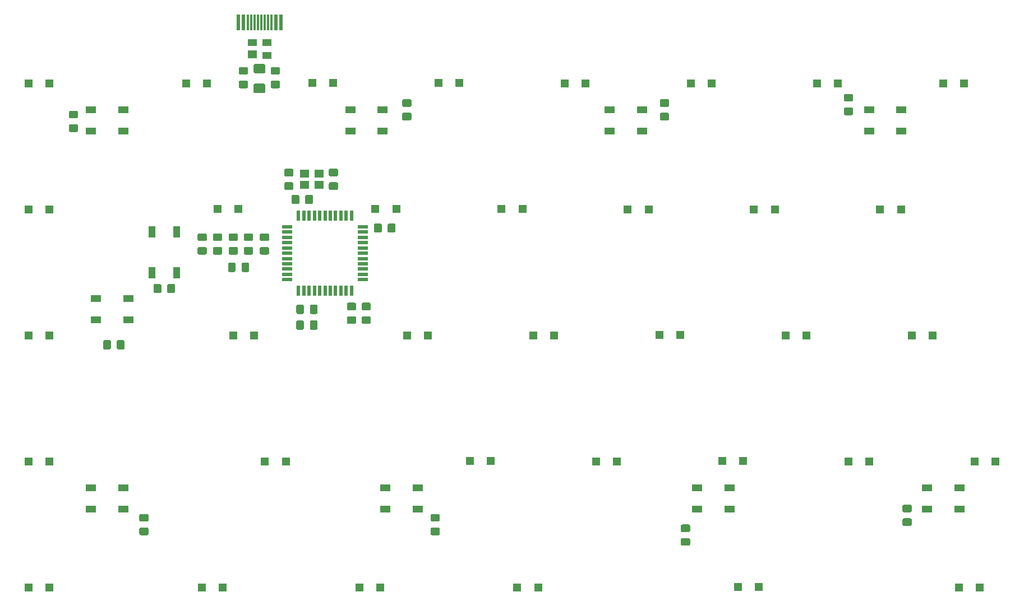
<source format=gbp>
G04 #@! TF.GenerationSoftware,KiCad,Pcbnew,(5.1.5)-3*
G04 #@! TF.CreationDate,2020-09-19T12:38:58+02:00*
G04 #@! TF.ProjectId,split65left,73706c69-7436-4356-9c65-66742e6b6963,rev?*
G04 #@! TF.SameCoordinates,Original*
G04 #@! TF.FileFunction,Paste,Bot*
G04 #@! TF.FilePolarity,Positive*
%FSLAX46Y46*%
G04 Gerber Fmt 4.6, Leading zero omitted, Abs format (unit mm)*
G04 Created by KiCad (PCBNEW (5.1.5)-3) date 2020-09-19 12:38:58*
%MOMM*%
%LPD*%
G04 APERTURE LIST*
%ADD10C,0.100000*%
%ADD11R,1.200000X1.200000*%
%ADD12R,1.500000X1.000000*%
%ADD13R,1.400000X1.000000*%
%ADD14R,1.400000X1.200000*%
%ADD15R,0.300000X2.450000*%
%ADD16R,0.600000X2.450000*%
%ADD17R,1.500000X0.550000*%
%ADD18R,0.550000X1.500000*%
%ADD19R,1.100000X1.800000*%
G04 APERTURE END LIST*
D10*
G36*
X33875505Y-62808204D02*
G01*
X33899773Y-62811804D01*
X33923572Y-62817765D01*
X33946671Y-62826030D01*
X33968850Y-62836520D01*
X33989893Y-62849132D01*
X34009599Y-62863747D01*
X34027777Y-62880223D01*
X34044253Y-62898401D01*
X34058868Y-62918107D01*
X34071480Y-62939150D01*
X34081970Y-62961329D01*
X34090235Y-62984428D01*
X34096196Y-63008227D01*
X34099796Y-63032495D01*
X34101000Y-63056999D01*
X34101000Y-63707001D01*
X34099796Y-63731505D01*
X34096196Y-63755773D01*
X34090235Y-63779572D01*
X34081970Y-63802671D01*
X34071480Y-63824850D01*
X34058868Y-63845893D01*
X34044253Y-63865599D01*
X34027777Y-63883777D01*
X34009599Y-63900253D01*
X33989893Y-63914868D01*
X33968850Y-63927480D01*
X33946671Y-63937970D01*
X33923572Y-63946235D01*
X33899773Y-63952196D01*
X33875505Y-63955796D01*
X33851001Y-63957000D01*
X32950999Y-63957000D01*
X32926495Y-63955796D01*
X32902227Y-63952196D01*
X32878428Y-63946235D01*
X32855329Y-63937970D01*
X32833150Y-63927480D01*
X32812107Y-63914868D01*
X32792401Y-63900253D01*
X32774223Y-63883777D01*
X32757747Y-63865599D01*
X32743132Y-63845893D01*
X32730520Y-63824850D01*
X32720030Y-63802671D01*
X32711765Y-63779572D01*
X32705804Y-63755773D01*
X32702204Y-63731505D01*
X32701000Y-63707001D01*
X32701000Y-63056999D01*
X32702204Y-63032495D01*
X32705804Y-63008227D01*
X32711765Y-62984428D01*
X32720030Y-62961329D01*
X32730520Y-62939150D01*
X32743132Y-62918107D01*
X32757747Y-62898401D01*
X32774223Y-62880223D01*
X32792401Y-62863747D01*
X32812107Y-62849132D01*
X32833150Y-62836520D01*
X32855329Y-62826030D01*
X32878428Y-62817765D01*
X32902227Y-62811804D01*
X32926495Y-62808204D01*
X32950999Y-62807000D01*
X33851001Y-62807000D01*
X33875505Y-62808204D01*
G37*
G36*
X33875505Y-60758204D02*
G01*
X33899773Y-60761804D01*
X33923572Y-60767765D01*
X33946671Y-60776030D01*
X33968850Y-60786520D01*
X33989893Y-60799132D01*
X34009599Y-60813747D01*
X34027777Y-60830223D01*
X34044253Y-60848401D01*
X34058868Y-60868107D01*
X34071480Y-60889150D01*
X34081970Y-60911329D01*
X34090235Y-60934428D01*
X34096196Y-60958227D01*
X34099796Y-60982495D01*
X34101000Y-61006999D01*
X34101000Y-61657001D01*
X34099796Y-61681505D01*
X34096196Y-61705773D01*
X34090235Y-61729572D01*
X34081970Y-61752671D01*
X34071480Y-61774850D01*
X34058868Y-61795893D01*
X34044253Y-61815599D01*
X34027777Y-61833777D01*
X34009599Y-61850253D01*
X33989893Y-61864868D01*
X33968850Y-61877480D01*
X33946671Y-61887970D01*
X33923572Y-61896235D01*
X33899773Y-61902196D01*
X33875505Y-61905796D01*
X33851001Y-61907000D01*
X32950999Y-61907000D01*
X32926495Y-61905796D01*
X32902227Y-61902196D01*
X32878428Y-61896235D01*
X32855329Y-61887970D01*
X32833150Y-61877480D01*
X32812107Y-61864868D01*
X32792401Y-61850253D01*
X32774223Y-61833777D01*
X32757747Y-61815599D01*
X32743132Y-61795893D01*
X32730520Y-61774850D01*
X32720030Y-61752671D01*
X32711765Y-61729572D01*
X32705804Y-61705773D01*
X32702204Y-61681505D01*
X32701000Y-61657001D01*
X32701000Y-61006999D01*
X32702204Y-60982495D01*
X32705804Y-60958227D01*
X32711765Y-60934428D01*
X32720030Y-60911329D01*
X32730520Y-60889150D01*
X32743132Y-60868107D01*
X32757747Y-60848401D01*
X32774223Y-60830223D01*
X32792401Y-60813747D01*
X32812107Y-60799132D01*
X32833150Y-60786520D01*
X32855329Y-60776030D01*
X32878428Y-60767765D01*
X32902227Y-60761804D01*
X32926495Y-60758204D01*
X32950999Y-60757000D01*
X33851001Y-60757000D01*
X33875505Y-60758204D01*
G37*
G36*
X21440505Y-76898204D02*
G01*
X21464773Y-76901804D01*
X21488572Y-76907765D01*
X21511671Y-76916030D01*
X21533850Y-76926520D01*
X21554893Y-76939132D01*
X21574599Y-76953747D01*
X21592777Y-76970223D01*
X21609253Y-76988401D01*
X21623868Y-77008107D01*
X21636480Y-77029150D01*
X21646970Y-77051329D01*
X21655235Y-77074428D01*
X21661196Y-77098227D01*
X21664796Y-77122495D01*
X21666000Y-77146999D01*
X21666000Y-78047001D01*
X21664796Y-78071505D01*
X21661196Y-78095773D01*
X21655235Y-78119572D01*
X21646970Y-78142671D01*
X21636480Y-78164850D01*
X21623868Y-78185893D01*
X21609253Y-78205599D01*
X21592777Y-78223777D01*
X21574599Y-78240253D01*
X21554893Y-78254868D01*
X21533850Y-78267480D01*
X21511671Y-78277970D01*
X21488572Y-78286235D01*
X21464773Y-78292196D01*
X21440505Y-78295796D01*
X21416001Y-78297000D01*
X20765999Y-78297000D01*
X20741495Y-78295796D01*
X20717227Y-78292196D01*
X20693428Y-78286235D01*
X20670329Y-78277970D01*
X20648150Y-78267480D01*
X20627107Y-78254868D01*
X20607401Y-78240253D01*
X20589223Y-78223777D01*
X20572747Y-78205599D01*
X20558132Y-78185893D01*
X20545520Y-78164850D01*
X20535030Y-78142671D01*
X20526765Y-78119572D01*
X20520804Y-78095773D01*
X20517204Y-78071505D01*
X20516000Y-78047001D01*
X20516000Y-77146999D01*
X20517204Y-77122495D01*
X20520804Y-77098227D01*
X20526765Y-77074428D01*
X20535030Y-77051329D01*
X20545520Y-77029150D01*
X20558132Y-77008107D01*
X20572747Y-76988401D01*
X20589223Y-76970223D01*
X20607401Y-76953747D01*
X20627107Y-76939132D01*
X20648150Y-76926520D01*
X20670329Y-76916030D01*
X20693428Y-76907765D01*
X20717227Y-76901804D01*
X20741495Y-76898204D01*
X20765999Y-76897000D01*
X21416001Y-76897000D01*
X21440505Y-76898204D01*
G37*
G36*
X19390505Y-76898204D02*
G01*
X19414773Y-76901804D01*
X19438572Y-76907765D01*
X19461671Y-76916030D01*
X19483850Y-76926520D01*
X19504893Y-76939132D01*
X19524599Y-76953747D01*
X19542777Y-76970223D01*
X19559253Y-76988401D01*
X19573868Y-77008107D01*
X19586480Y-77029150D01*
X19596970Y-77051329D01*
X19605235Y-77074428D01*
X19611196Y-77098227D01*
X19614796Y-77122495D01*
X19616000Y-77146999D01*
X19616000Y-78047001D01*
X19614796Y-78071505D01*
X19611196Y-78095773D01*
X19605235Y-78119572D01*
X19596970Y-78142671D01*
X19586480Y-78164850D01*
X19573868Y-78185893D01*
X19559253Y-78205599D01*
X19542777Y-78223777D01*
X19524599Y-78240253D01*
X19504893Y-78254868D01*
X19483850Y-78267480D01*
X19461671Y-78277970D01*
X19438572Y-78286235D01*
X19414773Y-78292196D01*
X19390505Y-78295796D01*
X19366001Y-78297000D01*
X18715999Y-78297000D01*
X18691495Y-78295796D01*
X18667227Y-78292196D01*
X18643428Y-78286235D01*
X18620329Y-78277970D01*
X18598150Y-78267480D01*
X18577107Y-78254868D01*
X18557401Y-78240253D01*
X18539223Y-78223777D01*
X18522747Y-78205599D01*
X18508132Y-78185893D01*
X18495520Y-78164850D01*
X18485030Y-78142671D01*
X18476765Y-78119572D01*
X18470804Y-78095773D01*
X18467204Y-78071505D01*
X18466000Y-78047001D01*
X18466000Y-77146999D01*
X18467204Y-77122495D01*
X18470804Y-77098227D01*
X18476765Y-77074428D01*
X18485030Y-77051329D01*
X18495520Y-77029150D01*
X18508132Y-77008107D01*
X18522747Y-76988401D01*
X18539223Y-76970223D01*
X18557401Y-76953747D01*
X18577107Y-76939132D01*
X18598150Y-76926520D01*
X18620329Y-76916030D01*
X18643428Y-76907765D01*
X18667227Y-76901804D01*
X18691495Y-76898204D01*
X18715999Y-76897000D01*
X19366001Y-76897000D01*
X19390505Y-76898204D01*
G37*
G36*
X140301505Y-103829204D02*
G01*
X140325773Y-103832804D01*
X140349572Y-103838765D01*
X140372671Y-103847030D01*
X140394850Y-103857520D01*
X140415893Y-103870132D01*
X140435599Y-103884747D01*
X140453777Y-103901223D01*
X140470253Y-103919401D01*
X140484868Y-103939107D01*
X140497480Y-103960150D01*
X140507970Y-103982329D01*
X140516235Y-104005428D01*
X140522196Y-104029227D01*
X140525796Y-104053495D01*
X140527000Y-104077999D01*
X140527000Y-104728001D01*
X140525796Y-104752505D01*
X140522196Y-104776773D01*
X140516235Y-104800572D01*
X140507970Y-104823671D01*
X140497480Y-104845850D01*
X140484868Y-104866893D01*
X140470253Y-104886599D01*
X140453777Y-104904777D01*
X140435599Y-104921253D01*
X140415893Y-104935868D01*
X140394850Y-104948480D01*
X140372671Y-104958970D01*
X140349572Y-104967235D01*
X140325773Y-104973196D01*
X140301505Y-104976796D01*
X140277001Y-104978000D01*
X139376999Y-104978000D01*
X139352495Y-104976796D01*
X139328227Y-104973196D01*
X139304428Y-104967235D01*
X139281329Y-104958970D01*
X139259150Y-104948480D01*
X139238107Y-104935868D01*
X139218401Y-104921253D01*
X139200223Y-104904777D01*
X139183747Y-104886599D01*
X139169132Y-104866893D01*
X139156520Y-104845850D01*
X139146030Y-104823671D01*
X139137765Y-104800572D01*
X139131804Y-104776773D01*
X139128204Y-104752505D01*
X139127000Y-104728001D01*
X139127000Y-104077999D01*
X139128204Y-104053495D01*
X139131804Y-104029227D01*
X139137765Y-104005428D01*
X139146030Y-103982329D01*
X139156520Y-103960150D01*
X139169132Y-103939107D01*
X139183747Y-103919401D01*
X139200223Y-103901223D01*
X139218401Y-103884747D01*
X139238107Y-103870132D01*
X139259150Y-103857520D01*
X139281329Y-103847030D01*
X139304428Y-103838765D01*
X139328227Y-103832804D01*
X139352495Y-103829204D01*
X139376999Y-103828000D01*
X140277001Y-103828000D01*
X140301505Y-103829204D01*
G37*
G36*
X140301505Y-101779204D02*
G01*
X140325773Y-101782804D01*
X140349572Y-101788765D01*
X140372671Y-101797030D01*
X140394850Y-101807520D01*
X140415893Y-101820132D01*
X140435599Y-101834747D01*
X140453777Y-101851223D01*
X140470253Y-101869401D01*
X140484868Y-101889107D01*
X140497480Y-101910150D01*
X140507970Y-101932329D01*
X140516235Y-101955428D01*
X140522196Y-101979227D01*
X140525796Y-102003495D01*
X140527000Y-102027999D01*
X140527000Y-102678001D01*
X140525796Y-102702505D01*
X140522196Y-102726773D01*
X140516235Y-102750572D01*
X140507970Y-102773671D01*
X140497480Y-102795850D01*
X140484868Y-102816893D01*
X140470253Y-102836599D01*
X140453777Y-102854777D01*
X140435599Y-102871253D01*
X140415893Y-102885868D01*
X140394850Y-102898480D01*
X140372671Y-102908970D01*
X140349572Y-102917235D01*
X140325773Y-102923196D01*
X140301505Y-102926796D01*
X140277001Y-102928000D01*
X139376999Y-102928000D01*
X139352495Y-102926796D01*
X139328227Y-102923196D01*
X139304428Y-102917235D01*
X139281329Y-102908970D01*
X139259150Y-102898480D01*
X139238107Y-102885868D01*
X139218401Y-102871253D01*
X139200223Y-102854777D01*
X139183747Y-102836599D01*
X139169132Y-102816893D01*
X139156520Y-102795850D01*
X139146030Y-102773671D01*
X139137765Y-102750572D01*
X139131804Y-102726773D01*
X139128204Y-102702505D01*
X139127000Y-102678001D01*
X139127000Y-102027999D01*
X139128204Y-102003495D01*
X139131804Y-101979227D01*
X139137765Y-101955428D01*
X139146030Y-101932329D01*
X139156520Y-101910150D01*
X139169132Y-101889107D01*
X139183747Y-101869401D01*
X139200223Y-101851223D01*
X139218401Y-101834747D01*
X139238107Y-101820132D01*
X139259150Y-101807520D01*
X139281329Y-101797030D01*
X139304428Y-101788765D01*
X139328227Y-101782804D01*
X139352495Y-101779204D01*
X139376999Y-101778000D01*
X140277001Y-101778000D01*
X140301505Y-101779204D01*
G37*
G36*
X106837005Y-106813704D02*
G01*
X106861273Y-106817304D01*
X106885072Y-106823265D01*
X106908171Y-106831530D01*
X106930350Y-106842020D01*
X106951393Y-106854632D01*
X106971099Y-106869247D01*
X106989277Y-106885723D01*
X107005753Y-106903901D01*
X107020368Y-106923607D01*
X107032980Y-106944650D01*
X107043470Y-106966829D01*
X107051735Y-106989928D01*
X107057696Y-107013727D01*
X107061296Y-107037995D01*
X107062500Y-107062499D01*
X107062500Y-107712501D01*
X107061296Y-107737005D01*
X107057696Y-107761273D01*
X107051735Y-107785072D01*
X107043470Y-107808171D01*
X107032980Y-107830350D01*
X107020368Y-107851393D01*
X107005753Y-107871099D01*
X106989277Y-107889277D01*
X106971099Y-107905753D01*
X106951393Y-107920368D01*
X106930350Y-107932980D01*
X106908171Y-107943470D01*
X106885072Y-107951735D01*
X106861273Y-107957696D01*
X106837005Y-107961296D01*
X106812501Y-107962500D01*
X105912499Y-107962500D01*
X105887995Y-107961296D01*
X105863727Y-107957696D01*
X105839928Y-107951735D01*
X105816829Y-107943470D01*
X105794650Y-107932980D01*
X105773607Y-107920368D01*
X105753901Y-107905753D01*
X105735723Y-107889277D01*
X105719247Y-107871099D01*
X105704632Y-107851393D01*
X105692020Y-107830350D01*
X105681530Y-107808171D01*
X105673265Y-107785072D01*
X105667304Y-107761273D01*
X105663704Y-107737005D01*
X105662500Y-107712501D01*
X105662500Y-107062499D01*
X105663704Y-107037995D01*
X105667304Y-107013727D01*
X105673265Y-106989928D01*
X105681530Y-106966829D01*
X105692020Y-106944650D01*
X105704632Y-106923607D01*
X105719247Y-106903901D01*
X105735723Y-106885723D01*
X105753901Y-106869247D01*
X105773607Y-106854632D01*
X105794650Y-106842020D01*
X105816829Y-106831530D01*
X105839928Y-106823265D01*
X105863727Y-106817304D01*
X105887995Y-106813704D01*
X105912499Y-106812500D01*
X106812501Y-106812500D01*
X106837005Y-106813704D01*
G37*
G36*
X106837005Y-104763704D02*
G01*
X106861273Y-104767304D01*
X106885072Y-104773265D01*
X106908171Y-104781530D01*
X106930350Y-104792020D01*
X106951393Y-104804632D01*
X106971099Y-104819247D01*
X106989277Y-104835723D01*
X107005753Y-104853901D01*
X107020368Y-104873607D01*
X107032980Y-104894650D01*
X107043470Y-104916829D01*
X107051735Y-104939928D01*
X107057696Y-104963727D01*
X107061296Y-104987995D01*
X107062500Y-105012499D01*
X107062500Y-105662501D01*
X107061296Y-105687005D01*
X107057696Y-105711273D01*
X107051735Y-105735072D01*
X107043470Y-105758171D01*
X107032980Y-105780350D01*
X107020368Y-105801393D01*
X107005753Y-105821099D01*
X106989277Y-105839277D01*
X106971099Y-105855753D01*
X106951393Y-105870368D01*
X106930350Y-105882980D01*
X106908171Y-105893470D01*
X106885072Y-105901735D01*
X106861273Y-105907696D01*
X106837005Y-105911296D01*
X106812501Y-105912500D01*
X105912499Y-105912500D01*
X105887995Y-105911296D01*
X105863727Y-105907696D01*
X105839928Y-105901735D01*
X105816829Y-105893470D01*
X105794650Y-105882980D01*
X105773607Y-105870368D01*
X105753901Y-105855753D01*
X105735723Y-105839277D01*
X105719247Y-105821099D01*
X105704632Y-105801393D01*
X105692020Y-105780350D01*
X105681530Y-105758171D01*
X105673265Y-105735072D01*
X105667304Y-105711273D01*
X105663704Y-105687005D01*
X105662500Y-105662501D01*
X105662500Y-105012499D01*
X105663704Y-104987995D01*
X105667304Y-104963727D01*
X105673265Y-104939928D01*
X105681530Y-104916829D01*
X105692020Y-104894650D01*
X105704632Y-104873607D01*
X105719247Y-104853901D01*
X105735723Y-104835723D01*
X105753901Y-104819247D01*
X105773607Y-104804632D01*
X105794650Y-104792020D01*
X105816829Y-104781530D01*
X105839928Y-104773265D01*
X105863727Y-104767304D01*
X105887995Y-104763704D01*
X105912499Y-104762500D01*
X106812501Y-104762500D01*
X106837005Y-104763704D01*
G37*
G36*
X14444505Y-44266204D02*
G01*
X14468773Y-44269804D01*
X14492572Y-44275765D01*
X14515671Y-44284030D01*
X14537850Y-44294520D01*
X14558893Y-44307132D01*
X14578599Y-44321747D01*
X14596777Y-44338223D01*
X14613253Y-44356401D01*
X14627868Y-44376107D01*
X14640480Y-44397150D01*
X14650970Y-44419329D01*
X14659235Y-44442428D01*
X14665196Y-44466227D01*
X14668796Y-44490495D01*
X14670000Y-44514999D01*
X14670000Y-45165001D01*
X14668796Y-45189505D01*
X14665196Y-45213773D01*
X14659235Y-45237572D01*
X14650970Y-45260671D01*
X14640480Y-45282850D01*
X14627868Y-45303893D01*
X14613253Y-45323599D01*
X14596777Y-45341777D01*
X14578599Y-45358253D01*
X14558893Y-45372868D01*
X14537850Y-45385480D01*
X14515671Y-45395970D01*
X14492572Y-45404235D01*
X14468773Y-45410196D01*
X14444505Y-45413796D01*
X14420001Y-45415000D01*
X13519999Y-45415000D01*
X13495495Y-45413796D01*
X13471227Y-45410196D01*
X13447428Y-45404235D01*
X13424329Y-45395970D01*
X13402150Y-45385480D01*
X13381107Y-45372868D01*
X13361401Y-45358253D01*
X13343223Y-45341777D01*
X13326747Y-45323599D01*
X13312132Y-45303893D01*
X13299520Y-45282850D01*
X13289030Y-45260671D01*
X13280765Y-45237572D01*
X13274804Y-45213773D01*
X13271204Y-45189505D01*
X13270000Y-45165001D01*
X13270000Y-44514999D01*
X13271204Y-44490495D01*
X13274804Y-44466227D01*
X13280765Y-44442428D01*
X13289030Y-44419329D01*
X13299520Y-44397150D01*
X13312132Y-44376107D01*
X13326747Y-44356401D01*
X13343223Y-44338223D01*
X13361401Y-44321747D01*
X13381107Y-44307132D01*
X13402150Y-44294520D01*
X13424329Y-44284030D01*
X13447428Y-44275765D01*
X13471227Y-44269804D01*
X13495495Y-44266204D01*
X13519999Y-44265000D01*
X14420001Y-44265000D01*
X14444505Y-44266204D01*
G37*
G36*
X14444505Y-42216204D02*
G01*
X14468773Y-42219804D01*
X14492572Y-42225765D01*
X14515671Y-42234030D01*
X14537850Y-42244520D01*
X14558893Y-42257132D01*
X14578599Y-42271747D01*
X14596777Y-42288223D01*
X14613253Y-42306401D01*
X14627868Y-42326107D01*
X14640480Y-42347150D01*
X14650970Y-42369329D01*
X14659235Y-42392428D01*
X14665196Y-42416227D01*
X14668796Y-42440495D01*
X14670000Y-42464999D01*
X14670000Y-43115001D01*
X14668796Y-43139505D01*
X14665196Y-43163773D01*
X14659235Y-43187572D01*
X14650970Y-43210671D01*
X14640480Y-43232850D01*
X14627868Y-43253893D01*
X14613253Y-43273599D01*
X14596777Y-43291777D01*
X14578599Y-43308253D01*
X14558893Y-43322868D01*
X14537850Y-43335480D01*
X14515671Y-43345970D01*
X14492572Y-43354235D01*
X14468773Y-43360196D01*
X14444505Y-43363796D01*
X14420001Y-43365000D01*
X13519999Y-43365000D01*
X13495495Y-43363796D01*
X13471227Y-43360196D01*
X13447428Y-43354235D01*
X13424329Y-43345970D01*
X13402150Y-43335480D01*
X13381107Y-43322868D01*
X13361401Y-43308253D01*
X13343223Y-43291777D01*
X13326747Y-43273599D01*
X13312132Y-43253893D01*
X13299520Y-43232850D01*
X13289030Y-43210671D01*
X13280765Y-43187572D01*
X13274804Y-43163773D01*
X13271204Y-43139505D01*
X13270000Y-43115001D01*
X13270000Y-42464999D01*
X13271204Y-42440495D01*
X13274804Y-42416227D01*
X13280765Y-42392428D01*
X13289030Y-42369329D01*
X13299520Y-42347150D01*
X13312132Y-42326107D01*
X13326747Y-42306401D01*
X13343223Y-42288223D01*
X13361401Y-42271747D01*
X13381107Y-42257132D01*
X13402150Y-42244520D01*
X13424329Y-42234030D01*
X13447428Y-42225765D01*
X13471227Y-42219804D01*
X13495495Y-42216204D01*
X13519999Y-42215000D01*
X14420001Y-42215000D01*
X14444505Y-42216204D01*
G37*
G36*
X103662005Y-42519954D02*
G01*
X103686273Y-42523554D01*
X103710072Y-42529515D01*
X103733171Y-42537780D01*
X103755350Y-42548270D01*
X103776393Y-42560882D01*
X103796099Y-42575497D01*
X103814277Y-42591973D01*
X103830753Y-42610151D01*
X103845368Y-42629857D01*
X103857980Y-42650900D01*
X103868470Y-42673079D01*
X103876735Y-42696178D01*
X103882696Y-42719977D01*
X103886296Y-42744245D01*
X103887500Y-42768749D01*
X103887500Y-43418751D01*
X103886296Y-43443255D01*
X103882696Y-43467523D01*
X103876735Y-43491322D01*
X103868470Y-43514421D01*
X103857980Y-43536600D01*
X103845368Y-43557643D01*
X103830753Y-43577349D01*
X103814277Y-43595527D01*
X103796099Y-43612003D01*
X103776393Y-43626618D01*
X103755350Y-43639230D01*
X103733171Y-43649720D01*
X103710072Y-43657985D01*
X103686273Y-43663946D01*
X103662005Y-43667546D01*
X103637501Y-43668750D01*
X102737499Y-43668750D01*
X102712995Y-43667546D01*
X102688727Y-43663946D01*
X102664928Y-43657985D01*
X102641829Y-43649720D01*
X102619650Y-43639230D01*
X102598607Y-43626618D01*
X102578901Y-43612003D01*
X102560723Y-43595527D01*
X102544247Y-43577349D01*
X102529632Y-43557643D01*
X102517020Y-43536600D01*
X102506530Y-43514421D01*
X102498265Y-43491322D01*
X102492304Y-43467523D01*
X102488704Y-43443255D01*
X102487500Y-43418751D01*
X102487500Y-42768749D01*
X102488704Y-42744245D01*
X102492304Y-42719977D01*
X102498265Y-42696178D01*
X102506530Y-42673079D01*
X102517020Y-42650900D01*
X102529632Y-42629857D01*
X102544247Y-42610151D01*
X102560723Y-42591973D01*
X102578901Y-42575497D01*
X102598607Y-42560882D01*
X102619650Y-42548270D01*
X102641829Y-42537780D01*
X102664928Y-42529515D01*
X102688727Y-42523554D01*
X102712995Y-42519954D01*
X102737499Y-42518750D01*
X103637501Y-42518750D01*
X103662005Y-42519954D01*
G37*
G36*
X103662005Y-40469954D02*
G01*
X103686273Y-40473554D01*
X103710072Y-40479515D01*
X103733171Y-40487780D01*
X103755350Y-40498270D01*
X103776393Y-40510882D01*
X103796099Y-40525497D01*
X103814277Y-40541973D01*
X103830753Y-40560151D01*
X103845368Y-40579857D01*
X103857980Y-40600900D01*
X103868470Y-40623079D01*
X103876735Y-40646178D01*
X103882696Y-40669977D01*
X103886296Y-40694245D01*
X103887500Y-40718749D01*
X103887500Y-41368751D01*
X103886296Y-41393255D01*
X103882696Y-41417523D01*
X103876735Y-41441322D01*
X103868470Y-41464421D01*
X103857980Y-41486600D01*
X103845368Y-41507643D01*
X103830753Y-41527349D01*
X103814277Y-41545527D01*
X103796099Y-41562003D01*
X103776393Y-41576618D01*
X103755350Y-41589230D01*
X103733171Y-41599720D01*
X103710072Y-41607985D01*
X103686273Y-41613946D01*
X103662005Y-41617546D01*
X103637501Y-41618750D01*
X102737499Y-41618750D01*
X102712995Y-41617546D01*
X102688727Y-41613946D01*
X102664928Y-41607985D01*
X102641829Y-41599720D01*
X102619650Y-41589230D01*
X102598607Y-41576618D01*
X102578901Y-41562003D01*
X102560723Y-41545527D01*
X102544247Y-41527349D01*
X102529632Y-41507643D01*
X102517020Y-41486600D01*
X102506530Y-41464421D01*
X102498265Y-41441322D01*
X102492304Y-41417523D01*
X102488704Y-41393255D01*
X102487500Y-41368751D01*
X102487500Y-40718749D01*
X102488704Y-40694245D01*
X102492304Y-40669977D01*
X102498265Y-40646178D01*
X102506530Y-40623079D01*
X102517020Y-40600900D01*
X102529632Y-40579857D01*
X102544247Y-40560151D01*
X102560723Y-40541973D01*
X102578901Y-40525497D01*
X102598607Y-40510882D01*
X102619650Y-40498270D01*
X102641829Y-40487780D01*
X102664928Y-40479515D01*
X102688727Y-40473554D01*
X102712995Y-40469954D01*
X102737499Y-40468750D01*
X103637501Y-40468750D01*
X103662005Y-40469954D01*
G37*
G36*
X69054505Y-105226204D02*
G01*
X69078773Y-105229804D01*
X69102572Y-105235765D01*
X69125671Y-105244030D01*
X69147850Y-105254520D01*
X69168893Y-105267132D01*
X69188599Y-105281747D01*
X69206777Y-105298223D01*
X69223253Y-105316401D01*
X69237868Y-105336107D01*
X69250480Y-105357150D01*
X69260970Y-105379329D01*
X69269235Y-105402428D01*
X69275196Y-105426227D01*
X69278796Y-105450495D01*
X69280000Y-105474999D01*
X69280000Y-106125001D01*
X69278796Y-106149505D01*
X69275196Y-106173773D01*
X69269235Y-106197572D01*
X69260970Y-106220671D01*
X69250480Y-106242850D01*
X69237868Y-106263893D01*
X69223253Y-106283599D01*
X69206777Y-106301777D01*
X69188599Y-106318253D01*
X69168893Y-106332868D01*
X69147850Y-106345480D01*
X69125671Y-106355970D01*
X69102572Y-106364235D01*
X69078773Y-106370196D01*
X69054505Y-106373796D01*
X69030001Y-106375000D01*
X68129999Y-106375000D01*
X68105495Y-106373796D01*
X68081227Y-106370196D01*
X68057428Y-106364235D01*
X68034329Y-106355970D01*
X68012150Y-106345480D01*
X67991107Y-106332868D01*
X67971401Y-106318253D01*
X67953223Y-106301777D01*
X67936747Y-106283599D01*
X67922132Y-106263893D01*
X67909520Y-106242850D01*
X67899030Y-106220671D01*
X67890765Y-106197572D01*
X67884804Y-106173773D01*
X67881204Y-106149505D01*
X67880000Y-106125001D01*
X67880000Y-105474999D01*
X67881204Y-105450495D01*
X67884804Y-105426227D01*
X67890765Y-105402428D01*
X67899030Y-105379329D01*
X67909520Y-105357150D01*
X67922132Y-105336107D01*
X67936747Y-105316401D01*
X67953223Y-105298223D01*
X67971401Y-105281747D01*
X67991107Y-105267132D01*
X68012150Y-105254520D01*
X68034329Y-105244030D01*
X68057428Y-105235765D01*
X68081227Y-105229804D01*
X68105495Y-105226204D01*
X68129999Y-105225000D01*
X69030001Y-105225000D01*
X69054505Y-105226204D01*
G37*
G36*
X69054505Y-103176204D02*
G01*
X69078773Y-103179804D01*
X69102572Y-103185765D01*
X69125671Y-103194030D01*
X69147850Y-103204520D01*
X69168893Y-103217132D01*
X69188599Y-103231747D01*
X69206777Y-103248223D01*
X69223253Y-103266401D01*
X69237868Y-103286107D01*
X69250480Y-103307150D01*
X69260970Y-103329329D01*
X69269235Y-103352428D01*
X69275196Y-103376227D01*
X69278796Y-103400495D01*
X69280000Y-103424999D01*
X69280000Y-104075001D01*
X69278796Y-104099505D01*
X69275196Y-104123773D01*
X69269235Y-104147572D01*
X69260970Y-104170671D01*
X69250480Y-104192850D01*
X69237868Y-104213893D01*
X69223253Y-104233599D01*
X69206777Y-104251777D01*
X69188599Y-104268253D01*
X69168893Y-104282868D01*
X69147850Y-104295480D01*
X69125671Y-104305970D01*
X69102572Y-104314235D01*
X69078773Y-104320196D01*
X69054505Y-104323796D01*
X69030001Y-104325000D01*
X68129999Y-104325000D01*
X68105495Y-104323796D01*
X68081227Y-104320196D01*
X68057428Y-104314235D01*
X68034329Y-104305970D01*
X68012150Y-104295480D01*
X67991107Y-104282868D01*
X67971401Y-104268253D01*
X67953223Y-104251777D01*
X67936747Y-104233599D01*
X67922132Y-104213893D01*
X67909520Y-104192850D01*
X67899030Y-104170671D01*
X67890765Y-104147572D01*
X67884804Y-104123773D01*
X67881204Y-104099505D01*
X67880000Y-104075001D01*
X67880000Y-103424999D01*
X67881204Y-103400495D01*
X67884804Y-103376227D01*
X67890765Y-103352428D01*
X67899030Y-103329329D01*
X67909520Y-103307150D01*
X67922132Y-103286107D01*
X67936747Y-103266401D01*
X67953223Y-103248223D01*
X67971401Y-103231747D01*
X67991107Y-103217132D01*
X68012150Y-103204520D01*
X68034329Y-103194030D01*
X68057428Y-103185765D01*
X68081227Y-103179804D01*
X68105495Y-103176204D01*
X68129999Y-103175000D01*
X69030001Y-103175000D01*
X69054505Y-103176204D01*
G37*
G36*
X131443255Y-41726204D02*
G01*
X131467523Y-41729804D01*
X131491322Y-41735765D01*
X131514421Y-41744030D01*
X131536600Y-41754520D01*
X131557643Y-41767132D01*
X131577349Y-41781747D01*
X131595527Y-41798223D01*
X131612003Y-41816401D01*
X131626618Y-41836107D01*
X131639230Y-41857150D01*
X131649720Y-41879329D01*
X131657985Y-41902428D01*
X131663946Y-41926227D01*
X131667546Y-41950495D01*
X131668750Y-41974999D01*
X131668750Y-42625001D01*
X131667546Y-42649505D01*
X131663946Y-42673773D01*
X131657985Y-42697572D01*
X131649720Y-42720671D01*
X131639230Y-42742850D01*
X131626618Y-42763893D01*
X131612003Y-42783599D01*
X131595527Y-42801777D01*
X131577349Y-42818253D01*
X131557643Y-42832868D01*
X131536600Y-42845480D01*
X131514421Y-42855970D01*
X131491322Y-42864235D01*
X131467523Y-42870196D01*
X131443255Y-42873796D01*
X131418751Y-42875000D01*
X130518749Y-42875000D01*
X130494245Y-42873796D01*
X130469977Y-42870196D01*
X130446178Y-42864235D01*
X130423079Y-42855970D01*
X130400900Y-42845480D01*
X130379857Y-42832868D01*
X130360151Y-42818253D01*
X130341973Y-42801777D01*
X130325497Y-42783599D01*
X130310882Y-42763893D01*
X130298270Y-42742850D01*
X130287780Y-42720671D01*
X130279515Y-42697572D01*
X130273554Y-42673773D01*
X130269954Y-42649505D01*
X130268750Y-42625001D01*
X130268750Y-41974999D01*
X130269954Y-41950495D01*
X130273554Y-41926227D01*
X130279515Y-41902428D01*
X130287780Y-41879329D01*
X130298270Y-41857150D01*
X130310882Y-41836107D01*
X130325497Y-41816401D01*
X130341973Y-41798223D01*
X130360151Y-41781747D01*
X130379857Y-41767132D01*
X130400900Y-41754520D01*
X130423079Y-41744030D01*
X130446178Y-41735765D01*
X130469977Y-41729804D01*
X130494245Y-41726204D01*
X130518749Y-41725000D01*
X131418751Y-41725000D01*
X131443255Y-41726204D01*
G37*
G36*
X131443255Y-39676204D02*
G01*
X131467523Y-39679804D01*
X131491322Y-39685765D01*
X131514421Y-39694030D01*
X131536600Y-39704520D01*
X131557643Y-39717132D01*
X131577349Y-39731747D01*
X131595527Y-39748223D01*
X131612003Y-39766401D01*
X131626618Y-39786107D01*
X131639230Y-39807150D01*
X131649720Y-39829329D01*
X131657985Y-39852428D01*
X131663946Y-39876227D01*
X131667546Y-39900495D01*
X131668750Y-39924999D01*
X131668750Y-40575001D01*
X131667546Y-40599505D01*
X131663946Y-40623773D01*
X131657985Y-40647572D01*
X131649720Y-40670671D01*
X131639230Y-40692850D01*
X131626618Y-40713893D01*
X131612003Y-40733599D01*
X131595527Y-40751777D01*
X131577349Y-40768253D01*
X131557643Y-40782868D01*
X131536600Y-40795480D01*
X131514421Y-40805970D01*
X131491322Y-40814235D01*
X131467523Y-40820196D01*
X131443255Y-40823796D01*
X131418751Y-40825000D01*
X130518749Y-40825000D01*
X130494245Y-40823796D01*
X130469977Y-40820196D01*
X130446178Y-40814235D01*
X130423079Y-40805970D01*
X130400900Y-40795480D01*
X130379857Y-40782868D01*
X130360151Y-40768253D01*
X130341973Y-40751777D01*
X130325497Y-40733599D01*
X130310882Y-40713893D01*
X130298270Y-40692850D01*
X130287780Y-40670671D01*
X130279515Y-40647572D01*
X130273554Y-40623773D01*
X130269954Y-40599505D01*
X130268750Y-40575001D01*
X130268750Y-39924999D01*
X130269954Y-39900495D01*
X130273554Y-39876227D01*
X130279515Y-39852428D01*
X130287780Y-39829329D01*
X130298270Y-39807150D01*
X130310882Y-39786107D01*
X130325497Y-39766401D01*
X130341973Y-39748223D01*
X130360151Y-39731747D01*
X130379857Y-39717132D01*
X130400900Y-39704520D01*
X130423079Y-39694030D01*
X130446178Y-39685765D01*
X130469977Y-39679804D01*
X130494245Y-39676204D01*
X130518749Y-39675000D01*
X131418751Y-39675000D01*
X131443255Y-39676204D01*
G37*
G36*
X25080755Y-105226204D02*
G01*
X25105023Y-105229804D01*
X25128822Y-105235765D01*
X25151921Y-105244030D01*
X25174100Y-105254520D01*
X25195143Y-105267132D01*
X25214849Y-105281747D01*
X25233027Y-105298223D01*
X25249503Y-105316401D01*
X25264118Y-105336107D01*
X25276730Y-105357150D01*
X25287220Y-105379329D01*
X25295485Y-105402428D01*
X25301446Y-105426227D01*
X25305046Y-105450495D01*
X25306250Y-105474999D01*
X25306250Y-106125001D01*
X25305046Y-106149505D01*
X25301446Y-106173773D01*
X25295485Y-106197572D01*
X25287220Y-106220671D01*
X25276730Y-106242850D01*
X25264118Y-106263893D01*
X25249503Y-106283599D01*
X25233027Y-106301777D01*
X25214849Y-106318253D01*
X25195143Y-106332868D01*
X25174100Y-106345480D01*
X25151921Y-106355970D01*
X25128822Y-106364235D01*
X25105023Y-106370196D01*
X25080755Y-106373796D01*
X25056251Y-106375000D01*
X24156249Y-106375000D01*
X24131745Y-106373796D01*
X24107477Y-106370196D01*
X24083678Y-106364235D01*
X24060579Y-106355970D01*
X24038400Y-106345480D01*
X24017357Y-106332868D01*
X23997651Y-106318253D01*
X23979473Y-106301777D01*
X23962997Y-106283599D01*
X23948382Y-106263893D01*
X23935770Y-106242850D01*
X23925280Y-106220671D01*
X23917015Y-106197572D01*
X23911054Y-106173773D01*
X23907454Y-106149505D01*
X23906250Y-106125001D01*
X23906250Y-105474999D01*
X23907454Y-105450495D01*
X23911054Y-105426227D01*
X23917015Y-105402428D01*
X23925280Y-105379329D01*
X23935770Y-105357150D01*
X23948382Y-105336107D01*
X23962997Y-105316401D01*
X23979473Y-105298223D01*
X23997651Y-105281747D01*
X24017357Y-105267132D01*
X24038400Y-105254520D01*
X24060579Y-105244030D01*
X24083678Y-105235765D01*
X24107477Y-105229804D01*
X24131745Y-105226204D01*
X24156249Y-105225000D01*
X25056251Y-105225000D01*
X25080755Y-105226204D01*
G37*
G36*
X25080755Y-103176204D02*
G01*
X25105023Y-103179804D01*
X25128822Y-103185765D01*
X25151921Y-103194030D01*
X25174100Y-103204520D01*
X25195143Y-103217132D01*
X25214849Y-103231747D01*
X25233027Y-103248223D01*
X25249503Y-103266401D01*
X25264118Y-103286107D01*
X25276730Y-103307150D01*
X25287220Y-103329329D01*
X25295485Y-103352428D01*
X25301446Y-103376227D01*
X25305046Y-103400495D01*
X25306250Y-103424999D01*
X25306250Y-104075001D01*
X25305046Y-104099505D01*
X25301446Y-104123773D01*
X25295485Y-104147572D01*
X25287220Y-104170671D01*
X25276730Y-104192850D01*
X25264118Y-104213893D01*
X25249503Y-104233599D01*
X25233027Y-104251777D01*
X25214849Y-104268253D01*
X25195143Y-104282868D01*
X25174100Y-104295480D01*
X25151921Y-104305970D01*
X25128822Y-104314235D01*
X25105023Y-104320196D01*
X25080755Y-104323796D01*
X25056251Y-104325000D01*
X24156249Y-104325000D01*
X24131745Y-104323796D01*
X24107477Y-104320196D01*
X24083678Y-104314235D01*
X24060579Y-104305970D01*
X24038400Y-104295480D01*
X24017357Y-104282868D01*
X23997651Y-104268253D01*
X23979473Y-104251777D01*
X23962997Y-104233599D01*
X23948382Y-104213893D01*
X23935770Y-104192850D01*
X23925280Y-104170671D01*
X23917015Y-104147572D01*
X23911054Y-104123773D01*
X23907454Y-104099505D01*
X23906250Y-104075001D01*
X23906250Y-103424999D01*
X23907454Y-103400495D01*
X23911054Y-103376227D01*
X23917015Y-103352428D01*
X23925280Y-103329329D01*
X23935770Y-103307150D01*
X23948382Y-103286107D01*
X23962997Y-103266401D01*
X23979473Y-103248223D01*
X23997651Y-103231747D01*
X24017357Y-103217132D01*
X24038400Y-103204520D01*
X24060579Y-103194030D01*
X24083678Y-103185765D01*
X24107477Y-103179804D01*
X24131745Y-103176204D01*
X24156249Y-103175000D01*
X25056251Y-103175000D01*
X25080755Y-103176204D01*
G37*
G36*
X64768255Y-42519954D02*
G01*
X64792523Y-42523554D01*
X64816322Y-42529515D01*
X64839421Y-42537780D01*
X64861600Y-42548270D01*
X64882643Y-42560882D01*
X64902349Y-42575497D01*
X64920527Y-42591973D01*
X64937003Y-42610151D01*
X64951618Y-42629857D01*
X64964230Y-42650900D01*
X64974720Y-42673079D01*
X64982985Y-42696178D01*
X64988946Y-42719977D01*
X64992546Y-42744245D01*
X64993750Y-42768749D01*
X64993750Y-43418751D01*
X64992546Y-43443255D01*
X64988946Y-43467523D01*
X64982985Y-43491322D01*
X64974720Y-43514421D01*
X64964230Y-43536600D01*
X64951618Y-43557643D01*
X64937003Y-43577349D01*
X64920527Y-43595527D01*
X64902349Y-43612003D01*
X64882643Y-43626618D01*
X64861600Y-43639230D01*
X64839421Y-43649720D01*
X64816322Y-43657985D01*
X64792523Y-43663946D01*
X64768255Y-43667546D01*
X64743751Y-43668750D01*
X63843749Y-43668750D01*
X63819245Y-43667546D01*
X63794977Y-43663946D01*
X63771178Y-43657985D01*
X63748079Y-43649720D01*
X63725900Y-43639230D01*
X63704857Y-43626618D01*
X63685151Y-43612003D01*
X63666973Y-43595527D01*
X63650497Y-43577349D01*
X63635882Y-43557643D01*
X63623270Y-43536600D01*
X63612780Y-43514421D01*
X63604515Y-43491322D01*
X63598554Y-43467523D01*
X63594954Y-43443255D01*
X63593750Y-43418751D01*
X63593750Y-42768749D01*
X63594954Y-42744245D01*
X63598554Y-42719977D01*
X63604515Y-42696178D01*
X63612780Y-42673079D01*
X63623270Y-42650900D01*
X63635882Y-42629857D01*
X63650497Y-42610151D01*
X63666973Y-42591973D01*
X63685151Y-42575497D01*
X63704857Y-42560882D01*
X63725900Y-42548270D01*
X63748079Y-42537780D01*
X63771178Y-42529515D01*
X63794977Y-42523554D01*
X63819245Y-42519954D01*
X63843749Y-42518750D01*
X64743751Y-42518750D01*
X64768255Y-42519954D01*
G37*
G36*
X64768255Y-40469954D02*
G01*
X64792523Y-40473554D01*
X64816322Y-40479515D01*
X64839421Y-40487780D01*
X64861600Y-40498270D01*
X64882643Y-40510882D01*
X64902349Y-40525497D01*
X64920527Y-40541973D01*
X64937003Y-40560151D01*
X64951618Y-40579857D01*
X64964230Y-40600900D01*
X64974720Y-40623079D01*
X64982985Y-40646178D01*
X64988946Y-40669977D01*
X64992546Y-40694245D01*
X64993750Y-40718749D01*
X64993750Y-41368751D01*
X64992546Y-41393255D01*
X64988946Y-41417523D01*
X64982985Y-41441322D01*
X64974720Y-41464421D01*
X64964230Y-41486600D01*
X64951618Y-41507643D01*
X64937003Y-41527349D01*
X64920527Y-41545527D01*
X64902349Y-41562003D01*
X64882643Y-41576618D01*
X64861600Y-41589230D01*
X64839421Y-41599720D01*
X64816322Y-41607985D01*
X64792523Y-41613946D01*
X64768255Y-41617546D01*
X64743751Y-41618750D01*
X63843749Y-41618750D01*
X63819245Y-41617546D01*
X63794977Y-41613946D01*
X63771178Y-41607985D01*
X63748079Y-41599720D01*
X63725900Y-41589230D01*
X63704857Y-41576618D01*
X63685151Y-41562003D01*
X63666973Y-41545527D01*
X63650497Y-41527349D01*
X63635882Y-41507643D01*
X63623270Y-41486600D01*
X63612780Y-41464421D01*
X63604515Y-41441322D01*
X63598554Y-41417523D01*
X63594954Y-41393255D01*
X63593750Y-41368751D01*
X63593750Y-40718749D01*
X63594954Y-40694245D01*
X63598554Y-40669977D01*
X63604515Y-40646178D01*
X63612780Y-40623079D01*
X63623270Y-40600900D01*
X63635882Y-40579857D01*
X63650497Y-40560151D01*
X63666973Y-40541973D01*
X63685151Y-40525497D01*
X63704857Y-40510882D01*
X63725900Y-40498270D01*
X63748079Y-40487780D01*
X63771178Y-40479515D01*
X63794977Y-40473554D01*
X63819245Y-40469954D01*
X63843749Y-40468750D01*
X64743751Y-40468750D01*
X64768255Y-40469954D01*
G37*
D11*
X10306250Y-114300000D03*
X7156250Y-114300000D03*
X10306250Y-95250000D03*
X7156250Y-95250000D03*
X10306250Y-76200000D03*
X7156250Y-76200000D03*
X10306250Y-57150000D03*
X7156250Y-57150000D03*
X10306250Y-38100000D03*
X7156250Y-38100000D03*
D10*
G36*
X43273505Y-62808204D02*
G01*
X43297773Y-62811804D01*
X43321572Y-62817765D01*
X43344671Y-62826030D01*
X43366850Y-62836520D01*
X43387893Y-62849132D01*
X43407599Y-62863747D01*
X43425777Y-62880223D01*
X43442253Y-62898401D01*
X43456868Y-62918107D01*
X43469480Y-62939150D01*
X43479970Y-62961329D01*
X43488235Y-62984428D01*
X43494196Y-63008227D01*
X43497796Y-63032495D01*
X43499000Y-63056999D01*
X43499000Y-63707001D01*
X43497796Y-63731505D01*
X43494196Y-63755773D01*
X43488235Y-63779572D01*
X43479970Y-63802671D01*
X43469480Y-63824850D01*
X43456868Y-63845893D01*
X43442253Y-63865599D01*
X43425777Y-63883777D01*
X43407599Y-63900253D01*
X43387893Y-63914868D01*
X43366850Y-63927480D01*
X43344671Y-63937970D01*
X43321572Y-63946235D01*
X43297773Y-63952196D01*
X43273505Y-63955796D01*
X43249001Y-63957000D01*
X42348999Y-63957000D01*
X42324495Y-63955796D01*
X42300227Y-63952196D01*
X42276428Y-63946235D01*
X42253329Y-63937970D01*
X42231150Y-63927480D01*
X42210107Y-63914868D01*
X42190401Y-63900253D01*
X42172223Y-63883777D01*
X42155747Y-63865599D01*
X42141132Y-63845893D01*
X42128520Y-63824850D01*
X42118030Y-63802671D01*
X42109765Y-63779572D01*
X42103804Y-63755773D01*
X42100204Y-63731505D01*
X42099000Y-63707001D01*
X42099000Y-63056999D01*
X42100204Y-63032495D01*
X42103804Y-63008227D01*
X42109765Y-62984428D01*
X42118030Y-62961329D01*
X42128520Y-62939150D01*
X42141132Y-62918107D01*
X42155747Y-62898401D01*
X42172223Y-62880223D01*
X42190401Y-62863747D01*
X42210107Y-62849132D01*
X42231150Y-62836520D01*
X42253329Y-62826030D01*
X42276428Y-62817765D01*
X42300227Y-62811804D01*
X42324495Y-62808204D01*
X42348999Y-62807000D01*
X43249001Y-62807000D01*
X43273505Y-62808204D01*
G37*
G36*
X43273505Y-60758204D02*
G01*
X43297773Y-60761804D01*
X43321572Y-60767765D01*
X43344671Y-60776030D01*
X43366850Y-60786520D01*
X43387893Y-60799132D01*
X43407599Y-60813747D01*
X43425777Y-60830223D01*
X43442253Y-60848401D01*
X43456868Y-60868107D01*
X43469480Y-60889150D01*
X43479970Y-60911329D01*
X43488235Y-60934428D01*
X43494196Y-60958227D01*
X43497796Y-60982495D01*
X43499000Y-61006999D01*
X43499000Y-61657001D01*
X43497796Y-61681505D01*
X43494196Y-61705773D01*
X43488235Y-61729572D01*
X43479970Y-61752671D01*
X43469480Y-61774850D01*
X43456868Y-61795893D01*
X43442253Y-61815599D01*
X43425777Y-61833777D01*
X43407599Y-61850253D01*
X43387893Y-61864868D01*
X43366850Y-61877480D01*
X43344671Y-61887970D01*
X43321572Y-61896235D01*
X43297773Y-61902196D01*
X43273505Y-61905796D01*
X43249001Y-61907000D01*
X42348999Y-61907000D01*
X42324495Y-61905796D01*
X42300227Y-61902196D01*
X42276428Y-61896235D01*
X42253329Y-61887970D01*
X42231150Y-61877480D01*
X42210107Y-61864868D01*
X42190401Y-61850253D01*
X42172223Y-61833777D01*
X42155747Y-61815599D01*
X42141132Y-61795893D01*
X42128520Y-61774850D01*
X42118030Y-61752671D01*
X42109765Y-61729572D01*
X42103804Y-61705773D01*
X42100204Y-61681505D01*
X42099000Y-61657001D01*
X42099000Y-61006999D01*
X42100204Y-60982495D01*
X42103804Y-60958227D01*
X42109765Y-60934428D01*
X42118030Y-60911329D01*
X42128520Y-60889150D01*
X42141132Y-60868107D01*
X42155747Y-60848401D01*
X42172223Y-60830223D01*
X42190401Y-60813747D01*
X42210107Y-60799132D01*
X42231150Y-60786520D01*
X42253329Y-60776030D01*
X42276428Y-60767765D01*
X42300227Y-60761804D01*
X42324495Y-60758204D01*
X42348999Y-60757000D01*
X43249001Y-60757000D01*
X43273505Y-60758204D01*
G37*
D12*
X134075000Y-45256250D03*
X134075000Y-42056250D03*
X138975000Y-45256250D03*
X138975000Y-42056250D03*
X94916666Y-45256250D03*
X94916666Y-42056250D03*
X99816666Y-45256250D03*
X99816666Y-42056250D03*
X55758333Y-45256250D03*
X55758333Y-42056250D03*
X60658333Y-45256250D03*
X60658333Y-42056250D03*
X16600000Y-45256250D03*
X16600000Y-42056250D03*
X21500000Y-45256250D03*
X21500000Y-42056250D03*
X22293750Y-70631250D03*
X22293750Y-73831250D03*
X17393750Y-70631250D03*
X17393750Y-73831250D03*
X21500000Y-99206250D03*
X21500000Y-102406250D03*
X16600000Y-99206250D03*
X16600000Y-102406250D03*
X65950000Y-99206250D03*
X65950000Y-102406250D03*
X61050000Y-99206250D03*
X61050000Y-102406250D03*
X113045832Y-99206250D03*
X113045832Y-102406250D03*
X108145832Y-99206250D03*
X108145832Y-102406250D03*
X147706250Y-99206250D03*
X147706250Y-102406250D03*
X142806250Y-99206250D03*
X142806250Y-102406250D03*
D13*
X43137000Y-33843000D03*
X43137000Y-31943000D03*
X40937000Y-31943000D03*
D14*
X40937000Y-33663000D03*
X51011000Y-51728000D03*
X48811000Y-51728000D03*
X48811000Y-53428000D03*
X51011000Y-53428000D03*
D10*
G36*
X40268255Y-65182454D02*
G01*
X40292523Y-65186054D01*
X40316322Y-65192015D01*
X40339421Y-65200280D01*
X40361600Y-65210770D01*
X40382643Y-65223382D01*
X40402349Y-65237997D01*
X40420527Y-65254473D01*
X40437003Y-65272651D01*
X40451618Y-65292357D01*
X40464230Y-65313400D01*
X40474720Y-65335579D01*
X40482985Y-65358678D01*
X40488946Y-65382477D01*
X40492546Y-65406745D01*
X40493750Y-65431249D01*
X40493750Y-66331251D01*
X40492546Y-66355755D01*
X40488946Y-66380023D01*
X40482985Y-66403822D01*
X40474720Y-66426921D01*
X40464230Y-66449100D01*
X40451618Y-66470143D01*
X40437003Y-66489849D01*
X40420527Y-66508027D01*
X40402349Y-66524503D01*
X40382643Y-66539118D01*
X40361600Y-66551730D01*
X40339421Y-66562220D01*
X40316322Y-66570485D01*
X40292523Y-66576446D01*
X40268255Y-66580046D01*
X40243751Y-66581250D01*
X39593749Y-66581250D01*
X39569245Y-66580046D01*
X39544977Y-66576446D01*
X39521178Y-66570485D01*
X39498079Y-66562220D01*
X39475900Y-66551730D01*
X39454857Y-66539118D01*
X39435151Y-66524503D01*
X39416973Y-66508027D01*
X39400497Y-66489849D01*
X39385882Y-66470143D01*
X39373270Y-66449100D01*
X39362780Y-66426921D01*
X39354515Y-66403822D01*
X39348554Y-66380023D01*
X39344954Y-66355755D01*
X39343750Y-66331251D01*
X39343750Y-65431249D01*
X39344954Y-65406745D01*
X39348554Y-65382477D01*
X39354515Y-65358678D01*
X39362780Y-65335579D01*
X39373270Y-65313400D01*
X39385882Y-65292357D01*
X39400497Y-65272651D01*
X39416973Y-65254473D01*
X39435151Y-65237997D01*
X39454857Y-65223382D01*
X39475900Y-65210770D01*
X39498079Y-65200280D01*
X39521178Y-65192015D01*
X39544977Y-65186054D01*
X39569245Y-65182454D01*
X39593749Y-65181250D01*
X40243751Y-65181250D01*
X40268255Y-65182454D01*
G37*
G36*
X38218255Y-65182454D02*
G01*
X38242523Y-65186054D01*
X38266322Y-65192015D01*
X38289421Y-65200280D01*
X38311600Y-65210770D01*
X38332643Y-65223382D01*
X38352349Y-65237997D01*
X38370527Y-65254473D01*
X38387003Y-65272651D01*
X38401618Y-65292357D01*
X38414230Y-65313400D01*
X38424720Y-65335579D01*
X38432985Y-65358678D01*
X38438946Y-65382477D01*
X38442546Y-65406745D01*
X38443750Y-65431249D01*
X38443750Y-66331251D01*
X38442546Y-66355755D01*
X38438946Y-66380023D01*
X38432985Y-66403822D01*
X38424720Y-66426921D01*
X38414230Y-66449100D01*
X38401618Y-66470143D01*
X38387003Y-66489849D01*
X38370527Y-66508027D01*
X38352349Y-66524503D01*
X38332643Y-66539118D01*
X38311600Y-66551730D01*
X38289421Y-66562220D01*
X38266322Y-66570485D01*
X38242523Y-66576446D01*
X38218255Y-66580046D01*
X38193751Y-66581250D01*
X37543749Y-66581250D01*
X37519245Y-66580046D01*
X37494977Y-66576446D01*
X37471178Y-66570485D01*
X37448079Y-66562220D01*
X37425900Y-66551730D01*
X37404857Y-66539118D01*
X37385151Y-66524503D01*
X37366973Y-66508027D01*
X37350497Y-66489849D01*
X37335882Y-66470143D01*
X37323270Y-66449100D01*
X37312780Y-66426921D01*
X37304515Y-66403822D01*
X37298554Y-66380023D01*
X37294954Y-66355755D01*
X37293750Y-66331251D01*
X37293750Y-65431249D01*
X37294954Y-65406745D01*
X37298554Y-65382477D01*
X37304515Y-65358678D01*
X37312780Y-65335579D01*
X37323270Y-65313400D01*
X37335882Y-65292357D01*
X37350497Y-65272651D01*
X37366973Y-65254473D01*
X37385151Y-65237997D01*
X37404857Y-65223382D01*
X37425900Y-65210770D01*
X37448079Y-65200280D01*
X37471178Y-65192015D01*
X37494977Y-65186054D01*
X37519245Y-65182454D01*
X37543749Y-65181250D01*
X38193751Y-65181250D01*
X38218255Y-65182454D01*
G37*
G36*
X58640505Y-71235704D02*
G01*
X58664773Y-71239304D01*
X58688572Y-71245265D01*
X58711671Y-71253530D01*
X58733850Y-71264020D01*
X58754893Y-71276632D01*
X58774599Y-71291247D01*
X58792777Y-71307723D01*
X58809253Y-71325901D01*
X58823868Y-71345607D01*
X58836480Y-71366650D01*
X58846970Y-71388829D01*
X58855235Y-71411928D01*
X58861196Y-71435727D01*
X58864796Y-71459995D01*
X58866000Y-71484499D01*
X58866000Y-72134501D01*
X58864796Y-72159005D01*
X58861196Y-72183273D01*
X58855235Y-72207072D01*
X58846970Y-72230171D01*
X58836480Y-72252350D01*
X58823868Y-72273393D01*
X58809253Y-72293099D01*
X58792777Y-72311277D01*
X58774599Y-72327753D01*
X58754893Y-72342368D01*
X58733850Y-72354980D01*
X58711671Y-72365470D01*
X58688572Y-72373735D01*
X58664773Y-72379696D01*
X58640505Y-72383296D01*
X58616001Y-72384500D01*
X57715999Y-72384500D01*
X57691495Y-72383296D01*
X57667227Y-72379696D01*
X57643428Y-72373735D01*
X57620329Y-72365470D01*
X57598150Y-72354980D01*
X57577107Y-72342368D01*
X57557401Y-72327753D01*
X57539223Y-72311277D01*
X57522747Y-72293099D01*
X57508132Y-72273393D01*
X57495520Y-72252350D01*
X57485030Y-72230171D01*
X57476765Y-72207072D01*
X57470804Y-72183273D01*
X57467204Y-72159005D01*
X57466000Y-72134501D01*
X57466000Y-71484499D01*
X57467204Y-71459995D01*
X57470804Y-71435727D01*
X57476765Y-71411928D01*
X57485030Y-71388829D01*
X57495520Y-71366650D01*
X57508132Y-71345607D01*
X57522747Y-71325901D01*
X57539223Y-71307723D01*
X57557401Y-71291247D01*
X57577107Y-71276632D01*
X57598150Y-71264020D01*
X57620329Y-71253530D01*
X57643428Y-71245265D01*
X57667227Y-71239304D01*
X57691495Y-71235704D01*
X57715999Y-71234500D01*
X58616001Y-71234500D01*
X58640505Y-71235704D01*
G37*
G36*
X58640505Y-73285704D02*
G01*
X58664773Y-73289304D01*
X58688572Y-73295265D01*
X58711671Y-73303530D01*
X58733850Y-73314020D01*
X58754893Y-73326632D01*
X58774599Y-73341247D01*
X58792777Y-73357723D01*
X58809253Y-73375901D01*
X58823868Y-73395607D01*
X58836480Y-73416650D01*
X58846970Y-73438829D01*
X58855235Y-73461928D01*
X58861196Y-73485727D01*
X58864796Y-73509995D01*
X58866000Y-73534499D01*
X58866000Y-74184501D01*
X58864796Y-74209005D01*
X58861196Y-74233273D01*
X58855235Y-74257072D01*
X58846970Y-74280171D01*
X58836480Y-74302350D01*
X58823868Y-74323393D01*
X58809253Y-74343099D01*
X58792777Y-74361277D01*
X58774599Y-74377753D01*
X58754893Y-74392368D01*
X58733850Y-74404980D01*
X58711671Y-74415470D01*
X58688572Y-74423735D01*
X58664773Y-74429696D01*
X58640505Y-74433296D01*
X58616001Y-74434500D01*
X57715999Y-74434500D01*
X57691495Y-74433296D01*
X57667227Y-74429696D01*
X57643428Y-74423735D01*
X57620329Y-74415470D01*
X57598150Y-74404980D01*
X57577107Y-74392368D01*
X57557401Y-74377753D01*
X57539223Y-74361277D01*
X57522747Y-74343099D01*
X57508132Y-74323393D01*
X57495520Y-74302350D01*
X57485030Y-74280171D01*
X57476765Y-74257072D01*
X57470804Y-74233273D01*
X57467204Y-74209005D01*
X57466000Y-74184501D01*
X57466000Y-73534499D01*
X57467204Y-73509995D01*
X57470804Y-73485727D01*
X57476765Y-73461928D01*
X57485030Y-73438829D01*
X57495520Y-73416650D01*
X57508132Y-73395607D01*
X57522747Y-73375901D01*
X57539223Y-73357723D01*
X57557401Y-73341247D01*
X57577107Y-73326632D01*
X57598150Y-73314020D01*
X57620329Y-73303530D01*
X57643428Y-73295265D01*
X57667227Y-73289304D01*
X57691495Y-73285704D01*
X57715999Y-73284500D01*
X58616001Y-73284500D01*
X58640505Y-73285704D01*
G37*
G36*
X38574505Y-60758204D02*
G01*
X38598773Y-60761804D01*
X38622572Y-60767765D01*
X38645671Y-60776030D01*
X38667850Y-60786520D01*
X38688893Y-60799132D01*
X38708599Y-60813747D01*
X38726777Y-60830223D01*
X38743253Y-60848401D01*
X38757868Y-60868107D01*
X38770480Y-60889150D01*
X38780970Y-60911329D01*
X38789235Y-60934428D01*
X38795196Y-60958227D01*
X38798796Y-60982495D01*
X38800000Y-61006999D01*
X38800000Y-61657001D01*
X38798796Y-61681505D01*
X38795196Y-61705773D01*
X38789235Y-61729572D01*
X38780970Y-61752671D01*
X38770480Y-61774850D01*
X38757868Y-61795893D01*
X38743253Y-61815599D01*
X38726777Y-61833777D01*
X38708599Y-61850253D01*
X38688893Y-61864868D01*
X38667850Y-61877480D01*
X38645671Y-61887970D01*
X38622572Y-61896235D01*
X38598773Y-61902196D01*
X38574505Y-61905796D01*
X38550001Y-61907000D01*
X37649999Y-61907000D01*
X37625495Y-61905796D01*
X37601227Y-61902196D01*
X37577428Y-61896235D01*
X37554329Y-61887970D01*
X37532150Y-61877480D01*
X37511107Y-61864868D01*
X37491401Y-61850253D01*
X37473223Y-61833777D01*
X37456747Y-61815599D01*
X37442132Y-61795893D01*
X37429520Y-61774850D01*
X37419030Y-61752671D01*
X37410765Y-61729572D01*
X37404804Y-61705773D01*
X37401204Y-61681505D01*
X37400000Y-61657001D01*
X37400000Y-61006999D01*
X37401204Y-60982495D01*
X37404804Y-60958227D01*
X37410765Y-60934428D01*
X37419030Y-60911329D01*
X37429520Y-60889150D01*
X37442132Y-60868107D01*
X37456747Y-60848401D01*
X37473223Y-60830223D01*
X37491401Y-60813747D01*
X37511107Y-60799132D01*
X37532150Y-60786520D01*
X37554329Y-60776030D01*
X37577428Y-60767765D01*
X37601227Y-60761804D01*
X37625495Y-60758204D01*
X37649999Y-60757000D01*
X38550001Y-60757000D01*
X38574505Y-60758204D01*
G37*
G36*
X38574505Y-62808204D02*
G01*
X38598773Y-62811804D01*
X38622572Y-62817765D01*
X38645671Y-62826030D01*
X38667850Y-62836520D01*
X38688893Y-62849132D01*
X38708599Y-62863747D01*
X38726777Y-62880223D01*
X38743253Y-62898401D01*
X38757868Y-62918107D01*
X38770480Y-62939150D01*
X38780970Y-62961329D01*
X38789235Y-62984428D01*
X38795196Y-63008227D01*
X38798796Y-63032495D01*
X38800000Y-63056999D01*
X38800000Y-63707001D01*
X38798796Y-63731505D01*
X38795196Y-63755773D01*
X38789235Y-63779572D01*
X38780970Y-63802671D01*
X38770480Y-63824850D01*
X38757868Y-63845893D01*
X38743253Y-63865599D01*
X38726777Y-63883777D01*
X38708599Y-63900253D01*
X38688893Y-63914868D01*
X38667850Y-63927480D01*
X38645671Y-63937970D01*
X38622572Y-63946235D01*
X38598773Y-63952196D01*
X38574505Y-63955796D01*
X38550001Y-63957000D01*
X37649999Y-63957000D01*
X37625495Y-63955796D01*
X37601227Y-63952196D01*
X37577428Y-63946235D01*
X37554329Y-63937970D01*
X37532150Y-63927480D01*
X37511107Y-63914868D01*
X37491401Y-63900253D01*
X37473223Y-63883777D01*
X37456747Y-63865599D01*
X37442132Y-63845893D01*
X37429520Y-63824850D01*
X37419030Y-63802671D01*
X37410765Y-63779572D01*
X37404804Y-63755773D01*
X37401204Y-63731505D01*
X37400000Y-63707001D01*
X37400000Y-63056999D01*
X37401204Y-63032495D01*
X37404804Y-63008227D01*
X37410765Y-62984428D01*
X37419030Y-62961329D01*
X37429520Y-62939150D01*
X37442132Y-62918107D01*
X37456747Y-62898401D01*
X37473223Y-62880223D01*
X37491401Y-62863747D01*
X37511107Y-62849132D01*
X37532150Y-62836520D01*
X37554329Y-62826030D01*
X37577428Y-62817765D01*
X37601227Y-62811804D01*
X37625495Y-62808204D01*
X37649999Y-62807000D01*
X38550001Y-62807000D01*
X38574505Y-62808204D01*
G37*
G36*
X27010505Y-68389204D02*
G01*
X27034773Y-68392804D01*
X27058572Y-68398765D01*
X27081671Y-68407030D01*
X27103850Y-68417520D01*
X27124893Y-68430132D01*
X27144599Y-68444747D01*
X27162777Y-68461223D01*
X27179253Y-68479401D01*
X27193868Y-68499107D01*
X27206480Y-68520150D01*
X27216970Y-68542329D01*
X27225235Y-68565428D01*
X27231196Y-68589227D01*
X27234796Y-68613495D01*
X27236000Y-68637999D01*
X27236000Y-69538001D01*
X27234796Y-69562505D01*
X27231196Y-69586773D01*
X27225235Y-69610572D01*
X27216970Y-69633671D01*
X27206480Y-69655850D01*
X27193868Y-69676893D01*
X27179253Y-69696599D01*
X27162777Y-69714777D01*
X27144599Y-69731253D01*
X27124893Y-69745868D01*
X27103850Y-69758480D01*
X27081671Y-69768970D01*
X27058572Y-69777235D01*
X27034773Y-69783196D01*
X27010505Y-69786796D01*
X26986001Y-69788000D01*
X26335999Y-69788000D01*
X26311495Y-69786796D01*
X26287227Y-69783196D01*
X26263428Y-69777235D01*
X26240329Y-69768970D01*
X26218150Y-69758480D01*
X26197107Y-69745868D01*
X26177401Y-69731253D01*
X26159223Y-69714777D01*
X26142747Y-69696599D01*
X26128132Y-69676893D01*
X26115520Y-69655850D01*
X26105030Y-69633671D01*
X26096765Y-69610572D01*
X26090804Y-69586773D01*
X26087204Y-69562505D01*
X26086000Y-69538001D01*
X26086000Y-68637999D01*
X26087204Y-68613495D01*
X26090804Y-68589227D01*
X26096765Y-68565428D01*
X26105030Y-68542329D01*
X26115520Y-68520150D01*
X26128132Y-68499107D01*
X26142747Y-68479401D01*
X26159223Y-68461223D01*
X26177401Y-68444747D01*
X26197107Y-68430132D01*
X26218150Y-68417520D01*
X26240329Y-68407030D01*
X26263428Y-68398765D01*
X26287227Y-68392804D01*
X26311495Y-68389204D01*
X26335999Y-68388000D01*
X26986001Y-68388000D01*
X27010505Y-68389204D01*
G37*
G36*
X29060505Y-68389204D02*
G01*
X29084773Y-68392804D01*
X29108572Y-68398765D01*
X29131671Y-68407030D01*
X29153850Y-68417520D01*
X29174893Y-68430132D01*
X29194599Y-68444747D01*
X29212777Y-68461223D01*
X29229253Y-68479401D01*
X29243868Y-68499107D01*
X29256480Y-68520150D01*
X29266970Y-68542329D01*
X29275235Y-68565428D01*
X29281196Y-68589227D01*
X29284796Y-68613495D01*
X29286000Y-68637999D01*
X29286000Y-69538001D01*
X29284796Y-69562505D01*
X29281196Y-69586773D01*
X29275235Y-69610572D01*
X29266970Y-69633671D01*
X29256480Y-69655850D01*
X29243868Y-69676893D01*
X29229253Y-69696599D01*
X29212777Y-69714777D01*
X29194599Y-69731253D01*
X29174893Y-69745868D01*
X29153850Y-69758480D01*
X29131671Y-69768970D01*
X29108572Y-69777235D01*
X29084773Y-69783196D01*
X29060505Y-69786796D01*
X29036001Y-69788000D01*
X28385999Y-69788000D01*
X28361495Y-69786796D01*
X28337227Y-69783196D01*
X28313428Y-69777235D01*
X28290329Y-69768970D01*
X28268150Y-69758480D01*
X28247107Y-69745868D01*
X28227401Y-69731253D01*
X28209223Y-69714777D01*
X28192747Y-69696599D01*
X28178132Y-69676893D01*
X28165520Y-69655850D01*
X28155030Y-69633671D01*
X28146765Y-69610572D01*
X28140804Y-69586773D01*
X28137204Y-69562505D01*
X28136000Y-69538001D01*
X28136000Y-68637999D01*
X28137204Y-68613495D01*
X28140804Y-68589227D01*
X28146765Y-68565428D01*
X28155030Y-68542329D01*
X28165520Y-68520150D01*
X28178132Y-68499107D01*
X28192747Y-68479401D01*
X28209223Y-68461223D01*
X28227401Y-68444747D01*
X28247107Y-68430132D01*
X28268150Y-68417520D01*
X28290329Y-68407030D01*
X28313428Y-68398765D01*
X28337227Y-68392804D01*
X28361495Y-68389204D01*
X28385999Y-68388000D01*
X29036001Y-68388000D01*
X29060505Y-68389204D01*
G37*
G36*
X36193255Y-60758204D02*
G01*
X36217523Y-60761804D01*
X36241322Y-60767765D01*
X36264421Y-60776030D01*
X36286600Y-60786520D01*
X36307643Y-60799132D01*
X36327349Y-60813747D01*
X36345527Y-60830223D01*
X36362003Y-60848401D01*
X36376618Y-60868107D01*
X36389230Y-60889150D01*
X36399720Y-60911329D01*
X36407985Y-60934428D01*
X36413946Y-60958227D01*
X36417546Y-60982495D01*
X36418750Y-61006999D01*
X36418750Y-61657001D01*
X36417546Y-61681505D01*
X36413946Y-61705773D01*
X36407985Y-61729572D01*
X36399720Y-61752671D01*
X36389230Y-61774850D01*
X36376618Y-61795893D01*
X36362003Y-61815599D01*
X36345527Y-61833777D01*
X36327349Y-61850253D01*
X36307643Y-61864868D01*
X36286600Y-61877480D01*
X36264421Y-61887970D01*
X36241322Y-61896235D01*
X36217523Y-61902196D01*
X36193255Y-61905796D01*
X36168751Y-61907000D01*
X35268749Y-61907000D01*
X35244245Y-61905796D01*
X35219977Y-61902196D01*
X35196178Y-61896235D01*
X35173079Y-61887970D01*
X35150900Y-61877480D01*
X35129857Y-61864868D01*
X35110151Y-61850253D01*
X35091973Y-61833777D01*
X35075497Y-61815599D01*
X35060882Y-61795893D01*
X35048270Y-61774850D01*
X35037780Y-61752671D01*
X35029515Y-61729572D01*
X35023554Y-61705773D01*
X35019954Y-61681505D01*
X35018750Y-61657001D01*
X35018750Y-61006999D01*
X35019954Y-60982495D01*
X35023554Y-60958227D01*
X35029515Y-60934428D01*
X35037780Y-60911329D01*
X35048270Y-60889150D01*
X35060882Y-60868107D01*
X35075497Y-60848401D01*
X35091973Y-60830223D01*
X35110151Y-60813747D01*
X35129857Y-60799132D01*
X35150900Y-60786520D01*
X35173079Y-60776030D01*
X35196178Y-60767765D01*
X35219977Y-60761804D01*
X35244245Y-60758204D01*
X35268749Y-60757000D01*
X36168751Y-60757000D01*
X36193255Y-60758204D01*
G37*
G36*
X36193255Y-62808204D02*
G01*
X36217523Y-62811804D01*
X36241322Y-62817765D01*
X36264421Y-62826030D01*
X36286600Y-62836520D01*
X36307643Y-62849132D01*
X36327349Y-62863747D01*
X36345527Y-62880223D01*
X36362003Y-62898401D01*
X36376618Y-62918107D01*
X36389230Y-62939150D01*
X36399720Y-62961329D01*
X36407985Y-62984428D01*
X36413946Y-63008227D01*
X36417546Y-63032495D01*
X36418750Y-63056999D01*
X36418750Y-63707001D01*
X36417546Y-63731505D01*
X36413946Y-63755773D01*
X36407985Y-63779572D01*
X36399720Y-63802671D01*
X36389230Y-63824850D01*
X36376618Y-63845893D01*
X36362003Y-63865599D01*
X36345527Y-63883777D01*
X36327349Y-63900253D01*
X36307643Y-63914868D01*
X36286600Y-63927480D01*
X36264421Y-63937970D01*
X36241322Y-63946235D01*
X36217523Y-63952196D01*
X36193255Y-63955796D01*
X36168751Y-63957000D01*
X35268749Y-63957000D01*
X35244245Y-63955796D01*
X35219977Y-63952196D01*
X35196178Y-63946235D01*
X35173079Y-63937970D01*
X35150900Y-63927480D01*
X35129857Y-63914868D01*
X35110151Y-63900253D01*
X35091973Y-63883777D01*
X35075497Y-63865599D01*
X35060882Y-63845893D01*
X35048270Y-63824850D01*
X35037780Y-63802671D01*
X35029515Y-63779572D01*
X35023554Y-63755773D01*
X35019954Y-63731505D01*
X35018750Y-63707001D01*
X35018750Y-63056999D01*
X35019954Y-63032495D01*
X35023554Y-63008227D01*
X35029515Y-62984428D01*
X35037780Y-62961329D01*
X35048270Y-62939150D01*
X35060882Y-62918107D01*
X35075497Y-62898401D01*
X35091973Y-62880223D01*
X35110151Y-62863747D01*
X35129857Y-62849132D01*
X35150900Y-62836520D01*
X35173079Y-62826030D01*
X35196178Y-62817765D01*
X35219977Y-62811804D01*
X35244245Y-62808204D01*
X35268749Y-62807000D01*
X36168751Y-62807000D01*
X36193255Y-62808204D01*
G37*
G36*
X44924505Y-35612204D02*
G01*
X44948773Y-35615804D01*
X44972572Y-35621765D01*
X44995671Y-35630030D01*
X45017850Y-35640520D01*
X45038893Y-35653132D01*
X45058599Y-35667747D01*
X45076777Y-35684223D01*
X45093253Y-35702401D01*
X45107868Y-35722107D01*
X45120480Y-35743150D01*
X45130970Y-35765329D01*
X45139235Y-35788428D01*
X45145196Y-35812227D01*
X45148796Y-35836495D01*
X45150000Y-35860999D01*
X45150000Y-36511001D01*
X45148796Y-36535505D01*
X45145196Y-36559773D01*
X45139235Y-36583572D01*
X45130970Y-36606671D01*
X45120480Y-36628850D01*
X45107868Y-36649893D01*
X45093253Y-36669599D01*
X45076777Y-36687777D01*
X45058599Y-36704253D01*
X45038893Y-36718868D01*
X45017850Y-36731480D01*
X44995671Y-36741970D01*
X44972572Y-36750235D01*
X44948773Y-36756196D01*
X44924505Y-36759796D01*
X44900001Y-36761000D01*
X43999999Y-36761000D01*
X43975495Y-36759796D01*
X43951227Y-36756196D01*
X43927428Y-36750235D01*
X43904329Y-36741970D01*
X43882150Y-36731480D01*
X43861107Y-36718868D01*
X43841401Y-36704253D01*
X43823223Y-36687777D01*
X43806747Y-36669599D01*
X43792132Y-36649893D01*
X43779520Y-36628850D01*
X43769030Y-36606671D01*
X43760765Y-36583572D01*
X43754804Y-36559773D01*
X43751204Y-36535505D01*
X43750000Y-36511001D01*
X43750000Y-35860999D01*
X43751204Y-35836495D01*
X43754804Y-35812227D01*
X43760765Y-35788428D01*
X43769030Y-35765329D01*
X43779520Y-35743150D01*
X43792132Y-35722107D01*
X43806747Y-35702401D01*
X43823223Y-35684223D01*
X43841401Y-35667747D01*
X43861107Y-35653132D01*
X43882150Y-35640520D01*
X43904329Y-35630030D01*
X43927428Y-35621765D01*
X43951227Y-35615804D01*
X43975495Y-35612204D01*
X43999999Y-35611000D01*
X44900001Y-35611000D01*
X44924505Y-35612204D01*
G37*
G36*
X44924505Y-37662204D02*
G01*
X44948773Y-37665804D01*
X44972572Y-37671765D01*
X44995671Y-37680030D01*
X45017850Y-37690520D01*
X45038893Y-37703132D01*
X45058599Y-37717747D01*
X45076777Y-37734223D01*
X45093253Y-37752401D01*
X45107868Y-37772107D01*
X45120480Y-37793150D01*
X45130970Y-37815329D01*
X45139235Y-37838428D01*
X45145196Y-37862227D01*
X45148796Y-37886495D01*
X45150000Y-37910999D01*
X45150000Y-38561001D01*
X45148796Y-38585505D01*
X45145196Y-38609773D01*
X45139235Y-38633572D01*
X45130970Y-38656671D01*
X45120480Y-38678850D01*
X45107868Y-38699893D01*
X45093253Y-38719599D01*
X45076777Y-38737777D01*
X45058599Y-38754253D01*
X45038893Y-38768868D01*
X45017850Y-38781480D01*
X44995671Y-38791970D01*
X44972572Y-38800235D01*
X44948773Y-38806196D01*
X44924505Y-38809796D01*
X44900001Y-38811000D01*
X43999999Y-38811000D01*
X43975495Y-38809796D01*
X43951227Y-38806196D01*
X43927428Y-38800235D01*
X43904329Y-38791970D01*
X43882150Y-38781480D01*
X43861107Y-38768868D01*
X43841401Y-38754253D01*
X43823223Y-38737777D01*
X43806747Y-38719599D01*
X43792132Y-38699893D01*
X43779520Y-38678850D01*
X43769030Y-38656671D01*
X43760765Y-38633572D01*
X43754804Y-38609773D01*
X43751204Y-38585505D01*
X43750000Y-38561001D01*
X43750000Y-37910999D01*
X43751204Y-37886495D01*
X43754804Y-37862227D01*
X43760765Y-37838428D01*
X43769030Y-37815329D01*
X43779520Y-37793150D01*
X43792132Y-37772107D01*
X43806747Y-37752401D01*
X43823223Y-37734223D01*
X43841401Y-37717747D01*
X43861107Y-37703132D01*
X43882150Y-37690520D01*
X43904329Y-37680030D01*
X43927428Y-37671765D01*
X43951227Y-37665804D01*
X43975495Y-37662204D01*
X43999999Y-37661000D01*
X44900001Y-37661000D01*
X44924505Y-37662204D01*
G37*
G36*
X40098505Y-35612204D02*
G01*
X40122773Y-35615804D01*
X40146572Y-35621765D01*
X40169671Y-35630030D01*
X40191850Y-35640520D01*
X40212893Y-35653132D01*
X40232599Y-35667747D01*
X40250777Y-35684223D01*
X40267253Y-35702401D01*
X40281868Y-35722107D01*
X40294480Y-35743150D01*
X40304970Y-35765329D01*
X40313235Y-35788428D01*
X40319196Y-35812227D01*
X40322796Y-35836495D01*
X40324000Y-35860999D01*
X40324000Y-36511001D01*
X40322796Y-36535505D01*
X40319196Y-36559773D01*
X40313235Y-36583572D01*
X40304970Y-36606671D01*
X40294480Y-36628850D01*
X40281868Y-36649893D01*
X40267253Y-36669599D01*
X40250777Y-36687777D01*
X40232599Y-36704253D01*
X40212893Y-36718868D01*
X40191850Y-36731480D01*
X40169671Y-36741970D01*
X40146572Y-36750235D01*
X40122773Y-36756196D01*
X40098505Y-36759796D01*
X40074001Y-36761000D01*
X39173999Y-36761000D01*
X39149495Y-36759796D01*
X39125227Y-36756196D01*
X39101428Y-36750235D01*
X39078329Y-36741970D01*
X39056150Y-36731480D01*
X39035107Y-36718868D01*
X39015401Y-36704253D01*
X38997223Y-36687777D01*
X38980747Y-36669599D01*
X38966132Y-36649893D01*
X38953520Y-36628850D01*
X38943030Y-36606671D01*
X38934765Y-36583572D01*
X38928804Y-36559773D01*
X38925204Y-36535505D01*
X38924000Y-36511001D01*
X38924000Y-35860999D01*
X38925204Y-35836495D01*
X38928804Y-35812227D01*
X38934765Y-35788428D01*
X38943030Y-35765329D01*
X38953520Y-35743150D01*
X38966132Y-35722107D01*
X38980747Y-35702401D01*
X38997223Y-35684223D01*
X39015401Y-35667747D01*
X39035107Y-35653132D01*
X39056150Y-35640520D01*
X39078329Y-35630030D01*
X39101428Y-35621765D01*
X39125227Y-35615804D01*
X39149495Y-35612204D01*
X39173999Y-35611000D01*
X40074001Y-35611000D01*
X40098505Y-35612204D01*
G37*
G36*
X40098505Y-37662204D02*
G01*
X40122773Y-37665804D01*
X40146572Y-37671765D01*
X40169671Y-37680030D01*
X40191850Y-37690520D01*
X40212893Y-37703132D01*
X40232599Y-37717747D01*
X40250777Y-37734223D01*
X40267253Y-37752401D01*
X40281868Y-37772107D01*
X40294480Y-37793150D01*
X40304970Y-37815329D01*
X40313235Y-37838428D01*
X40319196Y-37862227D01*
X40322796Y-37886495D01*
X40324000Y-37910999D01*
X40324000Y-38561001D01*
X40322796Y-38585505D01*
X40319196Y-38609773D01*
X40313235Y-38633572D01*
X40304970Y-38656671D01*
X40294480Y-38678850D01*
X40281868Y-38699893D01*
X40267253Y-38719599D01*
X40250777Y-38737777D01*
X40232599Y-38754253D01*
X40212893Y-38768868D01*
X40191850Y-38781480D01*
X40169671Y-38791970D01*
X40146572Y-38800235D01*
X40122773Y-38806196D01*
X40098505Y-38809796D01*
X40074001Y-38811000D01*
X39173999Y-38811000D01*
X39149495Y-38809796D01*
X39125227Y-38806196D01*
X39101428Y-38800235D01*
X39078329Y-38791970D01*
X39056150Y-38781480D01*
X39035107Y-38768868D01*
X39015401Y-38754253D01*
X38997223Y-38737777D01*
X38980747Y-38719599D01*
X38966132Y-38699893D01*
X38953520Y-38678850D01*
X38943030Y-38656671D01*
X38934765Y-38633572D01*
X38928804Y-38609773D01*
X38925204Y-38585505D01*
X38924000Y-38561001D01*
X38924000Y-37910999D01*
X38925204Y-37886495D01*
X38928804Y-37862227D01*
X38934765Y-37838428D01*
X38943030Y-37815329D01*
X38953520Y-37793150D01*
X38966132Y-37772107D01*
X38980747Y-37752401D01*
X38997223Y-37734223D01*
X39015401Y-37717747D01*
X39035107Y-37703132D01*
X39056150Y-37690520D01*
X39078329Y-37680030D01*
X39101428Y-37671765D01*
X39125227Y-37665804D01*
X39149495Y-37662204D01*
X39173999Y-37661000D01*
X40074001Y-37661000D01*
X40098505Y-37662204D01*
G37*
G36*
X40860505Y-62808204D02*
G01*
X40884773Y-62811804D01*
X40908572Y-62817765D01*
X40931671Y-62826030D01*
X40953850Y-62836520D01*
X40974893Y-62849132D01*
X40994599Y-62863747D01*
X41012777Y-62880223D01*
X41029253Y-62898401D01*
X41043868Y-62918107D01*
X41056480Y-62939150D01*
X41066970Y-62961329D01*
X41075235Y-62984428D01*
X41081196Y-63008227D01*
X41084796Y-63032495D01*
X41086000Y-63056999D01*
X41086000Y-63707001D01*
X41084796Y-63731505D01*
X41081196Y-63755773D01*
X41075235Y-63779572D01*
X41066970Y-63802671D01*
X41056480Y-63824850D01*
X41043868Y-63845893D01*
X41029253Y-63865599D01*
X41012777Y-63883777D01*
X40994599Y-63900253D01*
X40974893Y-63914868D01*
X40953850Y-63927480D01*
X40931671Y-63937970D01*
X40908572Y-63946235D01*
X40884773Y-63952196D01*
X40860505Y-63955796D01*
X40836001Y-63957000D01*
X39935999Y-63957000D01*
X39911495Y-63955796D01*
X39887227Y-63952196D01*
X39863428Y-63946235D01*
X39840329Y-63937970D01*
X39818150Y-63927480D01*
X39797107Y-63914868D01*
X39777401Y-63900253D01*
X39759223Y-63883777D01*
X39742747Y-63865599D01*
X39728132Y-63845893D01*
X39715520Y-63824850D01*
X39705030Y-63802671D01*
X39696765Y-63779572D01*
X39690804Y-63755773D01*
X39687204Y-63731505D01*
X39686000Y-63707001D01*
X39686000Y-63056999D01*
X39687204Y-63032495D01*
X39690804Y-63008227D01*
X39696765Y-62984428D01*
X39705030Y-62961329D01*
X39715520Y-62939150D01*
X39728132Y-62918107D01*
X39742747Y-62898401D01*
X39759223Y-62880223D01*
X39777401Y-62863747D01*
X39797107Y-62849132D01*
X39818150Y-62836520D01*
X39840329Y-62826030D01*
X39863428Y-62817765D01*
X39887227Y-62811804D01*
X39911495Y-62808204D01*
X39935999Y-62807000D01*
X40836001Y-62807000D01*
X40860505Y-62808204D01*
G37*
G36*
X40860505Y-60758204D02*
G01*
X40884773Y-60761804D01*
X40908572Y-60767765D01*
X40931671Y-60776030D01*
X40953850Y-60786520D01*
X40974893Y-60799132D01*
X40994599Y-60813747D01*
X41012777Y-60830223D01*
X41029253Y-60848401D01*
X41043868Y-60868107D01*
X41056480Y-60889150D01*
X41066970Y-60911329D01*
X41075235Y-60934428D01*
X41081196Y-60958227D01*
X41084796Y-60982495D01*
X41086000Y-61006999D01*
X41086000Y-61657001D01*
X41084796Y-61681505D01*
X41081196Y-61705773D01*
X41075235Y-61729572D01*
X41066970Y-61752671D01*
X41056480Y-61774850D01*
X41043868Y-61795893D01*
X41029253Y-61815599D01*
X41012777Y-61833777D01*
X40994599Y-61850253D01*
X40974893Y-61864868D01*
X40953850Y-61877480D01*
X40931671Y-61887970D01*
X40908572Y-61896235D01*
X40884773Y-61902196D01*
X40860505Y-61905796D01*
X40836001Y-61907000D01*
X39935999Y-61907000D01*
X39911495Y-61905796D01*
X39887227Y-61902196D01*
X39863428Y-61896235D01*
X39840329Y-61887970D01*
X39818150Y-61877480D01*
X39797107Y-61864868D01*
X39777401Y-61850253D01*
X39759223Y-61833777D01*
X39742747Y-61815599D01*
X39728132Y-61795893D01*
X39715520Y-61774850D01*
X39705030Y-61752671D01*
X39696765Y-61729572D01*
X39690804Y-61705773D01*
X39687204Y-61681505D01*
X39686000Y-61657001D01*
X39686000Y-61006999D01*
X39687204Y-60982495D01*
X39690804Y-60958227D01*
X39696765Y-60934428D01*
X39705030Y-60911329D01*
X39715520Y-60889150D01*
X39728132Y-60868107D01*
X39742747Y-60848401D01*
X39759223Y-60830223D01*
X39777401Y-60813747D01*
X39797107Y-60799132D01*
X39818150Y-60786520D01*
X39840329Y-60776030D01*
X39863428Y-60767765D01*
X39887227Y-60761804D01*
X39911495Y-60758204D01*
X39935999Y-60757000D01*
X40836001Y-60757000D01*
X40860505Y-60758204D01*
G37*
G36*
X50587005Y-73913704D02*
G01*
X50611273Y-73917304D01*
X50635072Y-73923265D01*
X50658171Y-73931530D01*
X50680350Y-73942020D01*
X50701393Y-73954632D01*
X50721099Y-73969247D01*
X50739277Y-73985723D01*
X50755753Y-74003901D01*
X50770368Y-74023607D01*
X50782980Y-74044650D01*
X50793470Y-74066829D01*
X50801735Y-74089928D01*
X50807696Y-74113727D01*
X50811296Y-74137995D01*
X50812500Y-74162499D01*
X50812500Y-75062501D01*
X50811296Y-75087005D01*
X50807696Y-75111273D01*
X50801735Y-75135072D01*
X50793470Y-75158171D01*
X50782980Y-75180350D01*
X50770368Y-75201393D01*
X50755753Y-75221099D01*
X50739277Y-75239277D01*
X50721099Y-75255753D01*
X50701393Y-75270368D01*
X50680350Y-75282980D01*
X50658171Y-75293470D01*
X50635072Y-75301735D01*
X50611273Y-75307696D01*
X50587005Y-75311296D01*
X50562501Y-75312500D01*
X49912499Y-75312500D01*
X49887995Y-75311296D01*
X49863727Y-75307696D01*
X49839928Y-75301735D01*
X49816829Y-75293470D01*
X49794650Y-75282980D01*
X49773607Y-75270368D01*
X49753901Y-75255753D01*
X49735723Y-75239277D01*
X49719247Y-75221099D01*
X49704632Y-75201393D01*
X49692020Y-75180350D01*
X49681530Y-75158171D01*
X49673265Y-75135072D01*
X49667304Y-75111273D01*
X49663704Y-75087005D01*
X49662500Y-75062501D01*
X49662500Y-74162499D01*
X49663704Y-74137995D01*
X49667304Y-74113727D01*
X49673265Y-74089928D01*
X49681530Y-74066829D01*
X49692020Y-74044650D01*
X49704632Y-74023607D01*
X49719247Y-74003901D01*
X49735723Y-73985723D01*
X49753901Y-73969247D01*
X49773607Y-73954632D01*
X49794650Y-73942020D01*
X49816829Y-73931530D01*
X49839928Y-73923265D01*
X49863727Y-73917304D01*
X49887995Y-73913704D01*
X49912499Y-73912500D01*
X50562501Y-73912500D01*
X50587005Y-73913704D01*
G37*
G36*
X48537005Y-73913704D02*
G01*
X48561273Y-73917304D01*
X48585072Y-73923265D01*
X48608171Y-73931530D01*
X48630350Y-73942020D01*
X48651393Y-73954632D01*
X48671099Y-73969247D01*
X48689277Y-73985723D01*
X48705753Y-74003901D01*
X48720368Y-74023607D01*
X48732980Y-74044650D01*
X48743470Y-74066829D01*
X48751735Y-74089928D01*
X48757696Y-74113727D01*
X48761296Y-74137995D01*
X48762500Y-74162499D01*
X48762500Y-75062501D01*
X48761296Y-75087005D01*
X48757696Y-75111273D01*
X48751735Y-75135072D01*
X48743470Y-75158171D01*
X48732980Y-75180350D01*
X48720368Y-75201393D01*
X48705753Y-75221099D01*
X48689277Y-75239277D01*
X48671099Y-75255753D01*
X48651393Y-75270368D01*
X48630350Y-75282980D01*
X48608171Y-75293470D01*
X48585072Y-75301735D01*
X48561273Y-75307696D01*
X48537005Y-75311296D01*
X48512501Y-75312500D01*
X47862499Y-75312500D01*
X47837995Y-75311296D01*
X47813727Y-75307696D01*
X47789928Y-75301735D01*
X47766829Y-75293470D01*
X47744650Y-75282980D01*
X47723607Y-75270368D01*
X47703901Y-75255753D01*
X47685723Y-75239277D01*
X47669247Y-75221099D01*
X47654632Y-75201393D01*
X47642020Y-75180350D01*
X47631530Y-75158171D01*
X47623265Y-75135072D01*
X47617304Y-75111273D01*
X47613704Y-75087005D01*
X47612500Y-75062501D01*
X47612500Y-74162499D01*
X47613704Y-74137995D01*
X47617304Y-74113727D01*
X47623265Y-74089928D01*
X47631530Y-74066829D01*
X47642020Y-74044650D01*
X47654632Y-74023607D01*
X47669247Y-74003901D01*
X47685723Y-73985723D01*
X47703901Y-73969247D01*
X47723607Y-73954632D01*
X47744650Y-73942020D01*
X47766829Y-73931530D01*
X47789928Y-73923265D01*
X47813727Y-73917304D01*
X47837995Y-73913704D01*
X47862499Y-73912500D01*
X48512501Y-73912500D01*
X48537005Y-73913704D01*
G37*
G36*
X46956505Y-53029204D02*
G01*
X46980773Y-53032804D01*
X47004572Y-53038765D01*
X47027671Y-53047030D01*
X47049850Y-53057520D01*
X47070893Y-53070132D01*
X47090599Y-53084747D01*
X47108777Y-53101223D01*
X47125253Y-53119401D01*
X47139868Y-53139107D01*
X47152480Y-53160150D01*
X47162970Y-53182329D01*
X47171235Y-53205428D01*
X47177196Y-53229227D01*
X47180796Y-53253495D01*
X47182000Y-53277999D01*
X47182000Y-53928001D01*
X47180796Y-53952505D01*
X47177196Y-53976773D01*
X47171235Y-54000572D01*
X47162970Y-54023671D01*
X47152480Y-54045850D01*
X47139868Y-54066893D01*
X47125253Y-54086599D01*
X47108777Y-54104777D01*
X47090599Y-54121253D01*
X47070893Y-54135868D01*
X47049850Y-54148480D01*
X47027671Y-54158970D01*
X47004572Y-54167235D01*
X46980773Y-54173196D01*
X46956505Y-54176796D01*
X46932001Y-54178000D01*
X46031999Y-54178000D01*
X46007495Y-54176796D01*
X45983227Y-54173196D01*
X45959428Y-54167235D01*
X45936329Y-54158970D01*
X45914150Y-54148480D01*
X45893107Y-54135868D01*
X45873401Y-54121253D01*
X45855223Y-54104777D01*
X45838747Y-54086599D01*
X45824132Y-54066893D01*
X45811520Y-54045850D01*
X45801030Y-54023671D01*
X45792765Y-54000572D01*
X45786804Y-53976773D01*
X45783204Y-53952505D01*
X45782000Y-53928001D01*
X45782000Y-53277999D01*
X45783204Y-53253495D01*
X45786804Y-53229227D01*
X45792765Y-53205428D01*
X45801030Y-53182329D01*
X45811520Y-53160150D01*
X45824132Y-53139107D01*
X45838747Y-53119401D01*
X45855223Y-53101223D01*
X45873401Y-53084747D01*
X45893107Y-53070132D01*
X45914150Y-53057520D01*
X45936329Y-53047030D01*
X45959428Y-53038765D01*
X45983227Y-53032804D01*
X46007495Y-53029204D01*
X46031999Y-53028000D01*
X46932001Y-53028000D01*
X46956505Y-53029204D01*
G37*
G36*
X46956505Y-50979204D02*
G01*
X46980773Y-50982804D01*
X47004572Y-50988765D01*
X47027671Y-50997030D01*
X47049850Y-51007520D01*
X47070893Y-51020132D01*
X47090599Y-51034747D01*
X47108777Y-51051223D01*
X47125253Y-51069401D01*
X47139868Y-51089107D01*
X47152480Y-51110150D01*
X47162970Y-51132329D01*
X47171235Y-51155428D01*
X47177196Y-51179227D01*
X47180796Y-51203495D01*
X47182000Y-51227999D01*
X47182000Y-51878001D01*
X47180796Y-51902505D01*
X47177196Y-51926773D01*
X47171235Y-51950572D01*
X47162970Y-51973671D01*
X47152480Y-51995850D01*
X47139868Y-52016893D01*
X47125253Y-52036599D01*
X47108777Y-52054777D01*
X47090599Y-52071253D01*
X47070893Y-52085868D01*
X47049850Y-52098480D01*
X47027671Y-52108970D01*
X47004572Y-52117235D01*
X46980773Y-52123196D01*
X46956505Y-52126796D01*
X46932001Y-52128000D01*
X46031999Y-52128000D01*
X46007495Y-52126796D01*
X45983227Y-52123196D01*
X45959428Y-52117235D01*
X45936329Y-52108970D01*
X45914150Y-52098480D01*
X45893107Y-52085868D01*
X45873401Y-52071253D01*
X45855223Y-52054777D01*
X45838747Y-52036599D01*
X45824132Y-52016893D01*
X45811520Y-51995850D01*
X45801030Y-51973671D01*
X45792765Y-51950572D01*
X45786804Y-51926773D01*
X45783204Y-51902505D01*
X45782000Y-51878001D01*
X45782000Y-51227999D01*
X45783204Y-51203495D01*
X45786804Y-51179227D01*
X45792765Y-51155428D01*
X45801030Y-51132329D01*
X45811520Y-51110150D01*
X45824132Y-51089107D01*
X45838747Y-51069401D01*
X45855223Y-51051223D01*
X45873401Y-51034747D01*
X45893107Y-51020132D01*
X45914150Y-51007520D01*
X45936329Y-50997030D01*
X45959428Y-50988765D01*
X45983227Y-50982804D01*
X46007495Y-50979204D01*
X46031999Y-50978000D01*
X46932001Y-50978000D01*
X46956505Y-50979204D01*
G37*
G36*
X62334505Y-59245204D02*
G01*
X62358773Y-59248804D01*
X62382572Y-59254765D01*
X62405671Y-59263030D01*
X62427850Y-59273520D01*
X62448893Y-59286132D01*
X62468599Y-59300747D01*
X62486777Y-59317223D01*
X62503253Y-59335401D01*
X62517868Y-59355107D01*
X62530480Y-59376150D01*
X62540970Y-59398329D01*
X62549235Y-59421428D01*
X62555196Y-59445227D01*
X62558796Y-59469495D01*
X62560000Y-59493999D01*
X62560000Y-60394001D01*
X62558796Y-60418505D01*
X62555196Y-60442773D01*
X62549235Y-60466572D01*
X62540970Y-60489671D01*
X62530480Y-60511850D01*
X62517868Y-60532893D01*
X62503253Y-60552599D01*
X62486777Y-60570777D01*
X62468599Y-60587253D01*
X62448893Y-60601868D01*
X62427850Y-60614480D01*
X62405671Y-60624970D01*
X62382572Y-60633235D01*
X62358773Y-60639196D01*
X62334505Y-60642796D01*
X62310001Y-60644000D01*
X61659999Y-60644000D01*
X61635495Y-60642796D01*
X61611227Y-60639196D01*
X61587428Y-60633235D01*
X61564329Y-60624970D01*
X61542150Y-60614480D01*
X61521107Y-60601868D01*
X61501401Y-60587253D01*
X61483223Y-60570777D01*
X61466747Y-60552599D01*
X61452132Y-60532893D01*
X61439520Y-60511850D01*
X61429030Y-60489671D01*
X61420765Y-60466572D01*
X61414804Y-60442773D01*
X61411204Y-60418505D01*
X61410000Y-60394001D01*
X61410000Y-59493999D01*
X61411204Y-59469495D01*
X61414804Y-59445227D01*
X61420765Y-59421428D01*
X61429030Y-59398329D01*
X61439520Y-59376150D01*
X61452132Y-59355107D01*
X61466747Y-59335401D01*
X61483223Y-59317223D01*
X61501401Y-59300747D01*
X61521107Y-59286132D01*
X61542150Y-59273520D01*
X61564329Y-59263030D01*
X61587428Y-59254765D01*
X61611227Y-59248804D01*
X61635495Y-59245204D01*
X61659999Y-59244000D01*
X62310001Y-59244000D01*
X62334505Y-59245204D01*
G37*
G36*
X60284505Y-59245204D02*
G01*
X60308773Y-59248804D01*
X60332572Y-59254765D01*
X60355671Y-59263030D01*
X60377850Y-59273520D01*
X60398893Y-59286132D01*
X60418599Y-59300747D01*
X60436777Y-59317223D01*
X60453253Y-59335401D01*
X60467868Y-59355107D01*
X60480480Y-59376150D01*
X60490970Y-59398329D01*
X60499235Y-59421428D01*
X60505196Y-59445227D01*
X60508796Y-59469495D01*
X60510000Y-59493999D01*
X60510000Y-60394001D01*
X60508796Y-60418505D01*
X60505196Y-60442773D01*
X60499235Y-60466572D01*
X60490970Y-60489671D01*
X60480480Y-60511850D01*
X60467868Y-60532893D01*
X60453253Y-60552599D01*
X60436777Y-60570777D01*
X60418599Y-60587253D01*
X60398893Y-60601868D01*
X60377850Y-60614480D01*
X60355671Y-60624970D01*
X60332572Y-60633235D01*
X60308773Y-60639196D01*
X60284505Y-60642796D01*
X60260001Y-60644000D01*
X59609999Y-60644000D01*
X59585495Y-60642796D01*
X59561227Y-60639196D01*
X59537428Y-60633235D01*
X59514329Y-60624970D01*
X59492150Y-60614480D01*
X59471107Y-60601868D01*
X59451401Y-60587253D01*
X59433223Y-60570777D01*
X59416747Y-60552599D01*
X59402132Y-60532893D01*
X59389520Y-60511850D01*
X59379030Y-60489671D01*
X59370765Y-60466572D01*
X59364804Y-60442773D01*
X59361204Y-60418505D01*
X59360000Y-60394001D01*
X59360000Y-59493999D01*
X59361204Y-59469495D01*
X59364804Y-59445227D01*
X59370765Y-59421428D01*
X59379030Y-59398329D01*
X59389520Y-59376150D01*
X59402132Y-59355107D01*
X59416747Y-59335401D01*
X59433223Y-59317223D01*
X59451401Y-59300747D01*
X59471107Y-59286132D01*
X59492150Y-59273520D01*
X59514329Y-59263030D01*
X59537428Y-59254765D01*
X59561227Y-59248804D01*
X59585495Y-59245204D01*
X59609999Y-59244000D01*
X60260001Y-59244000D01*
X60284505Y-59245204D01*
G37*
G36*
X53687505Y-50979204D02*
G01*
X53711773Y-50982804D01*
X53735572Y-50988765D01*
X53758671Y-50997030D01*
X53780850Y-51007520D01*
X53801893Y-51020132D01*
X53821599Y-51034747D01*
X53839777Y-51051223D01*
X53856253Y-51069401D01*
X53870868Y-51089107D01*
X53883480Y-51110150D01*
X53893970Y-51132329D01*
X53902235Y-51155428D01*
X53908196Y-51179227D01*
X53911796Y-51203495D01*
X53913000Y-51227999D01*
X53913000Y-51878001D01*
X53911796Y-51902505D01*
X53908196Y-51926773D01*
X53902235Y-51950572D01*
X53893970Y-51973671D01*
X53883480Y-51995850D01*
X53870868Y-52016893D01*
X53856253Y-52036599D01*
X53839777Y-52054777D01*
X53821599Y-52071253D01*
X53801893Y-52085868D01*
X53780850Y-52098480D01*
X53758671Y-52108970D01*
X53735572Y-52117235D01*
X53711773Y-52123196D01*
X53687505Y-52126796D01*
X53663001Y-52128000D01*
X52762999Y-52128000D01*
X52738495Y-52126796D01*
X52714227Y-52123196D01*
X52690428Y-52117235D01*
X52667329Y-52108970D01*
X52645150Y-52098480D01*
X52624107Y-52085868D01*
X52604401Y-52071253D01*
X52586223Y-52054777D01*
X52569747Y-52036599D01*
X52555132Y-52016893D01*
X52542520Y-51995850D01*
X52532030Y-51973671D01*
X52523765Y-51950572D01*
X52517804Y-51926773D01*
X52514204Y-51902505D01*
X52513000Y-51878001D01*
X52513000Y-51227999D01*
X52514204Y-51203495D01*
X52517804Y-51179227D01*
X52523765Y-51155428D01*
X52532030Y-51132329D01*
X52542520Y-51110150D01*
X52555132Y-51089107D01*
X52569747Y-51069401D01*
X52586223Y-51051223D01*
X52604401Y-51034747D01*
X52624107Y-51020132D01*
X52645150Y-51007520D01*
X52667329Y-50997030D01*
X52690428Y-50988765D01*
X52714227Y-50982804D01*
X52738495Y-50979204D01*
X52762999Y-50978000D01*
X53663001Y-50978000D01*
X53687505Y-50979204D01*
G37*
G36*
X53687505Y-53029204D02*
G01*
X53711773Y-53032804D01*
X53735572Y-53038765D01*
X53758671Y-53047030D01*
X53780850Y-53057520D01*
X53801893Y-53070132D01*
X53821599Y-53084747D01*
X53839777Y-53101223D01*
X53856253Y-53119401D01*
X53870868Y-53139107D01*
X53883480Y-53160150D01*
X53893970Y-53182329D01*
X53902235Y-53205428D01*
X53908196Y-53229227D01*
X53911796Y-53253495D01*
X53913000Y-53277999D01*
X53913000Y-53928001D01*
X53911796Y-53952505D01*
X53908196Y-53976773D01*
X53902235Y-54000572D01*
X53893970Y-54023671D01*
X53883480Y-54045850D01*
X53870868Y-54066893D01*
X53856253Y-54086599D01*
X53839777Y-54104777D01*
X53821599Y-54121253D01*
X53801893Y-54135868D01*
X53780850Y-54148480D01*
X53758671Y-54158970D01*
X53735572Y-54167235D01*
X53711773Y-54173196D01*
X53687505Y-54176796D01*
X53663001Y-54178000D01*
X52762999Y-54178000D01*
X52738495Y-54176796D01*
X52714227Y-54173196D01*
X52690428Y-54167235D01*
X52667329Y-54158970D01*
X52645150Y-54148480D01*
X52624107Y-54135868D01*
X52604401Y-54121253D01*
X52586223Y-54104777D01*
X52569747Y-54086599D01*
X52555132Y-54066893D01*
X52542520Y-54045850D01*
X52532030Y-54023671D01*
X52523765Y-54000572D01*
X52517804Y-53976773D01*
X52514204Y-53952505D01*
X52513000Y-53928001D01*
X52513000Y-53277999D01*
X52514204Y-53253495D01*
X52517804Y-53229227D01*
X52523765Y-53205428D01*
X52532030Y-53182329D01*
X52542520Y-53160150D01*
X52555132Y-53139107D01*
X52569747Y-53119401D01*
X52586223Y-53101223D01*
X52604401Y-53084747D01*
X52624107Y-53070132D01*
X52645150Y-53057520D01*
X52667329Y-53047030D01*
X52690428Y-53038765D01*
X52714227Y-53032804D01*
X52738495Y-53029204D01*
X52762999Y-53028000D01*
X53663001Y-53028000D01*
X53687505Y-53029204D01*
G37*
G36*
X56418005Y-73285704D02*
G01*
X56442273Y-73289304D01*
X56466072Y-73295265D01*
X56489171Y-73303530D01*
X56511350Y-73314020D01*
X56532393Y-73326632D01*
X56552099Y-73341247D01*
X56570277Y-73357723D01*
X56586753Y-73375901D01*
X56601368Y-73395607D01*
X56613980Y-73416650D01*
X56624470Y-73438829D01*
X56632735Y-73461928D01*
X56638696Y-73485727D01*
X56642296Y-73509995D01*
X56643500Y-73534499D01*
X56643500Y-74184501D01*
X56642296Y-74209005D01*
X56638696Y-74233273D01*
X56632735Y-74257072D01*
X56624470Y-74280171D01*
X56613980Y-74302350D01*
X56601368Y-74323393D01*
X56586753Y-74343099D01*
X56570277Y-74361277D01*
X56552099Y-74377753D01*
X56532393Y-74392368D01*
X56511350Y-74404980D01*
X56489171Y-74415470D01*
X56466072Y-74423735D01*
X56442273Y-74429696D01*
X56418005Y-74433296D01*
X56393501Y-74434500D01*
X55493499Y-74434500D01*
X55468995Y-74433296D01*
X55444727Y-74429696D01*
X55420928Y-74423735D01*
X55397829Y-74415470D01*
X55375650Y-74404980D01*
X55354607Y-74392368D01*
X55334901Y-74377753D01*
X55316723Y-74361277D01*
X55300247Y-74343099D01*
X55285632Y-74323393D01*
X55273020Y-74302350D01*
X55262530Y-74280171D01*
X55254265Y-74257072D01*
X55248304Y-74233273D01*
X55244704Y-74209005D01*
X55243500Y-74184501D01*
X55243500Y-73534499D01*
X55244704Y-73509995D01*
X55248304Y-73485727D01*
X55254265Y-73461928D01*
X55262530Y-73438829D01*
X55273020Y-73416650D01*
X55285632Y-73395607D01*
X55300247Y-73375901D01*
X55316723Y-73357723D01*
X55334901Y-73341247D01*
X55354607Y-73326632D01*
X55375650Y-73314020D01*
X55397829Y-73303530D01*
X55420928Y-73295265D01*
X55444727Y-73289304D01*
X55468995Y-73285704D01*
X55493499Y-73284500D01*
X56393501Y-73284500D01*
X56418005Y-73285704D01*
G37*
G36*
X56418005Y-71235704D02*
G01*
X56442273Y-71239304D01*
X56466072Y-71245265D01*
X56489171Y-71253530D01*
X56511350Y-71264020D01*
X56532393Y-71276632D01*
X56552099Y-71291247D01*
X56570277Y-71307723D01*
X56586753Y-71325901D01*
X56601368Y-71345607D01*
X56613980Y-71366650D01*
X56624470Y-71388829D01*
X56632735Y-71411928D01*
X56638696Y-71435727D01*
X56642296Y-71459995D01*
X56643500Y-71484499D01*
X56643500Y-72134501D01*
X56642296Y-72159005D01*
X56638696Y-72183273D01*
X56632735Y-72207072D01*
X56624470Y-72230171D01*
X56613980Y-72252350D01*
X56601368Y-72273393D01*
X56586753Y-72293099D01*
X56570277Y-72311277D01*
X56552099Y-72327753D01*
X56532393Y-72342368D01*
X56511350Y-72354980D01*
X56489171Y-72365470D01*
X56466072Y-72373735D01*
X56442273Y-72379696D01*
X56418005Y-72383296D01*
X56393501Y-72384500D01*
X55493499Y-72384500D01*
X55468995Y-72383296D01*
X55444727Y-72379696D01*
X55420928Y-72373735D01*
X55397829Y-72365470D01*
X55375650Y-72354980D01*
X55354607Y-72342368D01*
X55334901Y-72327753D01*
X55316723Y-72311277D01*
X55300247Y-72293099D01*
X55285632Y-72273393D01*
X55273020Y-72252350D01*
X55262530Y-72230171D01*
X55254265Y-72207072D01*
X55248304Y-72183273D01*
X55244704Y-72159005D01*
X55243500Y-72134501D01*
X55243500Y-71484499D01*
X55244704Y-71459995D01*
X55248304Y-71435727D01*
X55254265Y-71411928D01*
X55262530Y-71388829D01*
X55273020Y-71366650D01*
X55285632Y-71345607D01*
X55300247Y-71325901D01*
X55316723Y-71307723D01*
X55334901Y-71291247D01*
X55354607Y-71276632D01*
X55375650Y-71264020D01*
X55397829Y-71253530D01*
X55420928Y-71245265D01*
X55444727Y-71239304D01*
X55468995Y-71235704D01*
X55493499Y-71234500D01*
X56393501Y-71234500D01*
X56418005Y-71235704D01*
G37*
G36*
X50587005Y-71532454D02*
G01*
X50611273Y-71536054D01*
X50635072Y-71542015D01*
X50658171Y-71550280D01*
X50680350Y-71560770D01*
X50701393Y-71573382D01*
X50721099Y-71587997D01*
X50739277Y-71604473D01*
X50755753Y-71622651D01*
X50770368Y-71642357D01*
X50782980Y-71663400D01*
X50793470Y-71685579D01*
X50801735Y-71708678D01*
X50807696Y-71732477D01*
X50811296Y-71756745D01*
X50812500Y-71781249D01*
X50812500Y-72681251D01*
X50811296Y-72705755D01*
X50807696Y-72730023D01*
X50801735Y-72753822D01*
X50793470Y-72776921D01*
X50782980Y-72799100D01*
X50770368Y-72820143D01*
X50755753Y-72839849D01*
X50739277Y-72858027D01*
X50721099Y-72874503D01*
X50701393Y-72889118D01*
X50680350Y-72901730D01*
X50658171Y-72912220D01*
X50635072Y-72920485D01*
X50611273Y-72926446D01*
X50587005Y-72930046D01*
X50562501Y-72931250D01*
X49912499Y-72931250D01*
X49887995Y-72930046D01*
X49863727Y-72926446D01*
X49839928Y-72920485D01*
X49816829Y-72912220D01*
X49794650Y-72901730D01*
X49773607Y-72889118D01*
X49753901Y-72874503D01*
X49735723Y-72858027D01*
X49719247Y-72839849D01*
X49704632Y-72820143D01*
X49692020Y-72799100D01*
X49681530Y-72776921D01*
X49673265Y-72753822D01*
X49667304Y-72730023D01*
X49663704Y-72705755D01*
X49662500Y-72681251D01*
X49662500Y-71781249D01*
X49663704Y-71756745D01*
X49667304Y-71732477D01*
X49673265Y-71708678D01*
X49681530Y-71685579D01*
X49692020Y-71663400D01*
X49704632Y-71642357D01*
X49719247Y-71622651D01*
X49735723Y-71604473D01*
X49753901Y-71587997D01*
X49773607Y-71573382D01*
X49794650Y-71560770D01*
X49816829Y-71550280D01*
X49839928Y-71542015D01*
X49863727Y-71536054D01*
X49887995Y-71532454D01*
X49912499Y-71531250D01*
X50562501Y-71531250D01*
X50587005Y-71532454D01*
G37*
G36*
X48537005Y-71532454D02*
G01*
X48561273Y-71536054D01*
X48585072Y-71542015D01*
X48608171Y-71550280D01*
X48630350Y-71560770D01*
X48651393Y-71573382D01*
X48671099Y-71587997D01*
X48689277Y-71604473D01*
X48705753Y-71622651D01*
X48720368Y-71642357D01*
X48732980Y-71663400D01*
X48743470Y-71685579D01*
X48751735Y-71708678D01*
X48757696Y-71732477D01*
X48761296Y-71756745D01*
X48762500Y-71781249D01*
X48762500Y-72681251D01*
X48761296Y-72705755D01*
X48757696Y-72730023D01*
X48751735Y-72753822D01*
X48743470Y-72776921D01*
X48732980Y-72799100D01*
X48720368Y-72820143D01*
X48705753Y-72839849D01*
X48689277Y-72858027D01*
X48671099Y-72874503D01*
X48651393Y-72889118D01*
X48630350Y-72901730D01*
X48608171Y-72912220D01*
X48585072Y-72920485D01*
X48561273Y-72926446D01*
X48537005Y-72930046D01*
X48512501Y-72931250D01*
X47862499Y-72931250D01*
X47837995Y-72930046D01*
X47813727Y-72926446D01*
X47789928Y-72920485D01*
X47766829Y-72912220D01*
X47744650Y-72901730D01*
X47723607Y-72889118D01*
X47703901Y-72874503D01*
X47685723Y-72858027D01*
X47669247Y-72839849D01*
X47654632Y-72820143D01*
X47642020Y-72799100D01*
X47631530Y-72776921D01*
X47623265Y-72753822D01*
X47617304Y-72730023D01*
X47613704Y-72705755D01*
X47612500Y-72681251D01*
X47612500Y-71781249D01*
X47613704Y-71756745D01*
X47617304Y-71732477D01*
X47623265Y-71708678D01*
X47631530Y-71685579D01*
X47642020Y-71663400D01*
X47654632Y-71642357D01*
X47669247Y-71622651D01*
X47685723Y-71604473D01*
X47703901Y-71587997D01*
X47723607Y-71573382D01*
X47744650Y-71560770D01*
X47766829Y-71550280D01*
X47789928Y-71542015D01*
X47813727Y-71536054D01*
X47837995Y-71532454D01*
X47862499Y-71531250D01*
X48512501Y-71531250D01*
X48537005Y-71532454D01*
G37*
G36*
X47838505Y-54927204D02*
G01*
X47862773Y-54930804D01*
X47886572Y-54936765D01*
X47909671Y-54945030D01*
X47931850Y-54955520D01*
X47952893Y-54968132D01*
X47972599Y-54982747D01*
X47990777Y-54999223D01*
X48007253Y-55017401D01*
X48021868Y-55037107D01*
X48034480Y-55058150D01*
X48044970Y-55080329D01*
X48053235Y-55103428D01*
X48059196Y-55127227D01*
X48062796Y-55151495D01*
X48064000Y-55175999D01*
X48064000Y-56076001D01*
X48062796Y-56100505D01*
X48059196Y-56124773D01*
X48053235Y-56148572D01*
X48044970Y-56171671D01*
X48034480Y-56193850D01*
X48021868Y-56214893D01*
X48007253Y-56234599D01*
X47990777Y-56252777D01*
X47972599Y-56269253D01*
X47952893Y-56283868D01*
X47931850Y-56296480D01*
X47909671Y-56306970D01*
X47886572Y-56315235D01*
X47862773Y-56321196D01*
X47838505Y-56324796D01*
X47814001Y-56326000D01*
X47163999Y-56326000D01*
X47139495Y-56324796D01*
X47115227Y-56321196D01*
X47091428Y-56315235D01*
X47068329Y-56306970D01*
X47046150Y-56296480D01*
X47025107Y-56283868D01*
X47005401Y-56269253D01*
X46987223Y-56252777D01*
X46970747Y-56234599D01*
X46956132Y-56214893D01*
X46943520Y-56193850D01*
X46933030Y-56171671D01*
X46924765Y-56148572D01*
X46918804Y-56124773D01*
X46915204Y-56100505D01*
X46914000Y-56076001D01*
X46914000Y-55175999D01*
X46915204Y-55151495D01*
X46918804Y-55127227D01*
X46924765Y-55103428D01*
X46933030Y-55080329D01*
X46943520Y-55058150D01*
X46956132Y-55037107D01*
X46970747Y-55017401D01*
X46987223Y-54999223D01*
X47005401Y-54982747D01*
X47025107Y-54968132D01*
X47046150Y-54955520D01*
X47068329Y-54945030D01*
X47091428Y-54936765D01*
X47115227Y-54930804D01*
X47139495Y-54927204D01*
X47163999Y-54926000D01*
X47814001Y-54926000D01*
X47838505Y-54927204D01*
G37*
G36*
X49888505Y-54927204D02*
G01*
X49912773Y-54930804D01*
X49936572Y-54936765D01*
X49959671Y-54945030D01*
X49981850Y-54955520D01*
X50002893Y-54968132D01*
X50022599Y-54982747D01*
X50040777Y-54999223D01*
X50057253Y-55017401D01*
X50071868Y-55037107D01*
X50084480Y-55058150D01*
X50094970Y-55080329D01*
X50103235Y-55103428D01*
X50109196Y-55127227D01*
X50112796Y-55151495D01*
X50114000Y-55175999D01*
X50114000Y-56076001D01*
X50112796Y-56100505D01*
X50109196Y-56124773D01*
X50103235Y-56148572D01*
X50094970Y-56171671D01*
X50084480Y-56193850D01*
X50071868Y-56214893D01*
X50057253Y-56234599D01*
X50040777Y-56252777D01*
X50022599Y-56269253D01*
X50002893Y-56283868D01*
X49981850Y-56296480D01*
X49959671Y-56306970D01*
X49936572Y-56315235D01*
X49912773Y-56321196D01*
X49888505Y-56324796D01*
X49864001Y-56326000D01*
X49213999Y-56326000D01*
X49189495Y-56324796D01*
X49165227Y-56321196D01*
X49141428Y-56315235D01*
X49118329Y-56306970D01*
X49096150Y-56296480D01*
X49075107Y-56283868D01*
X49055401Y-56269253D01*
X49037223Y-56252777D01*
X49020747Y-56234599D01*
X49006132Y-56214893D01*
X48993520Y-56193850D01*
X48983030Y-56171671D01*
X48974765Y-56148572D01*
X48968804Y-56124773D01*
X48965204Y-56100505D01*
X48964000Y-56076001D01*
X48964000Y-55175999D01*
X48965204Y-55151495D01*
X48968804Y-55127227D01*
X48974765Y-55103428D01*
X48983030Y-55080329D01*
X48993520Y-55058150D01*
X49006132Y-55037107D01*
X49020747Y-55017401D01*
X49037223Y-54999223D01*
X49055401Y-54982747D01*
X49075107Y-54968132D01*
X49096150Y-54955520D01*
X49118329Y-54945030D01*
X49141428Y-54936765D01*
X49165227Y-54930804D01*
X49189495Y-54927204D01*
X49213999Y-54926000D01*
X49864001Y-54926000D01*
X49888505Y-54927204D01*
G37*
G36*
X42686504Y-35139204D02*
G01*
X42710773Y-35142804D01*
X42734571Y-35148765D01*
X42757671Y-35157030D01*
X42779849Y-35167520D01*
X42800893Y-35180133D01*
X42820598Y-35194747D01*
X42838777Y-35211223D01*
X42855253Y-35229402D01*
X42869867Y-35249107D01*
X42882480Y-35270151D01*
X42892970Y-35292329D01*
X42901235Y-35315429D01*
X42907196Y-35339227D01*
X42910796Y-35363496D01*
X42912000Y-35388000D01*
X42912000Y-36313000D01*
X42910796Y-36337504D01*
X42907196Y-36361773D01*
X42901235Y-36385571D01*
X42892970Y-36408671D01*
X42882480Y-36430849D01*
X42869867Y-36451893D01*
X42855253Y-36471598D01*
X42838777Y-36489777D01*
X42820598Y-36506253D01*
X42800893Y-36520867D01*
X42779849Y-36533480D01*
X42757671Y-36543970D01*
X42734571Y-36552235D01*
X42710773Y-36558196D01*
X42686504Y-36561796D01*
X42662000Y-36563000D01*
X41412000Y-36563000D01*
X41387496Y-36561796D01*
X41363227Y-36558196D01*
X41339429Y-36552235D01*
X41316329Y-36543970D01*
X41294151Y-36533480D01*
X41273107Y-36520867D01*
X41253402Y-36506253D01*
X41235223Y-36489777D01*
X41218747Y-36471598D01*
X41204133Y-36451893D01*
X41191520Y-36430849D01*
X41181030Y-36408671D01*
X41172765Y-36385571D01*
X41166804Y-36361773D01*
X41163204Y-36337504D01*
X41162000Y-36313000D01*
X41162000Y-35388000D01*
X41163204Y-35363496D01*
X41166804Y-35339227D01*
X41172765Y-35315429D01*
X41181030Y-35292329D01*
X41191520Y-35270151D01*
X41204133Y-35249107D01*
X41218747Y-35229402D01*
X41235223Y-35211223D01*
X41253402Y-35194747D01*
X41273107Y-35180133D01*
X41294151Y-35167520D01*
X41316329Y-35157030D01*
X41339429Y-35148765D01*
X41363227Y-35142804D01*
X41387496Y-35139204D01*
X41412000Y-35138000D01*
X42662000Y-35138000D01*
X42686504Y-35139204D01*
G37*
G36*
X42686504Y-38114204D02*
G01*
X42710773Y-38117804D01*
X42734571Y-38123765D01*
X42757671Y-38132030D01*
X42779849Y-38142520D01*
X42800893Y-38155133D01*
X42820598Y-38169747D01*
X42838777Y-38186223D01*
X42855253Y-38204402D01*
X42869867Y-38224107D01*
X42882480Y-38245151D01*
X42892970Y-38267329D01*
X42901235Y-38290429D01*
X42907196Y-38314227D01*
X42910796Y-38338496D01*
X42912000Y-38363000D01*
X42912000Y-39288000D01*
X42910796Y-39312504D01*
X42907196Y-39336773D01*
X42901235Y-39360571D01*
X42892970Y-39383671D01*
X42882480Y-39405849D01*
X42869867Y-39426893D01*
X42855253Y-39446598D01*
X42838777Y-39464777D01*
X42820598Y-39481253D01*
X42800893Y-39495867D01*
X42779849Y-39508480D01*
X42757671Y-39518970D01*
X42734571Y-39527235D01*
X42710773Y-39533196D01*
X42686504Y-39536796D01*
X42662000Y-39538000D01*
X41412000Y-39538000D01*
X41387496Y-39536796D01*
X41363227Y-39533196D01*
X41339429Y-39527235D01*
X41316329Y-39518970D01*
X41294151Y-39508480D01*
X41273107Y-39495867D01*
X41253402Y-39481253D01*
X41235223Y-39464777D01*
X41218747Y-39446598D01*
X41204133Y-39426893D01*
X41191520Y-39405849D01*
X41181030Y-39383671D01*
X41172765Y-39360571D01*
X41166804Y-39336773D01*
X41163204Y-39312504D01*
X41162000Y-39288000D01*
X41162000Y-38363000D01*
X41163204Y-38338496D01*
X41166804Y-38314227D01*
X41172765Y-38290429D01*
X41181030Y-38267329D01*
X41191520Y-38245151D01*
X41204133Y-38224107D01*
X41218747Y-38204402D01*
X41235223Y-38186223D01*
X41253402Y-38169747D01*
X41273107Y-38155133D01*
X41294151Y-38142520D01*
X41316329Y-38132030D01*
X41339429Y-38123765D01*
X41363227Y-38117804D01*
X41387496Y-38114204D01*
X41412000Y-38113000D01*
X42662000Y-38113000D01*
X42686504Y-38114204D01*
G37*
D11*
X148431250Y-38100000D03*
X145281250Y-38100000D03*
X153181250Y-95250000D03*
X150031250Y-95250000D03*
X143656250Y-76200000D03*
X140506250Y-76200000D03*
X138893750Y-57150000D03*
X135743750Y-57150000D03*
X129356250Y-38100000D03*
X126206250Y-38100000D03*
X150800000Y-114300000D03*
X147650000Y-114300000D03*
X134131250Y-95250000D03*
X130981250Y-95250000D03*
X124606250Y-76200000D03*
X121456250Y-76200000D03*
X119843750Y-57150000D03*
X116693750Y-57150000D03*
X110318750Y-38100000D03*
X107168750Y-38100000D03*
X117462500Y-114173000D03*
X114312500Y-114173000D03*
X115081250Y-95123000D03*
X111931250Y-95123000D03*
X105556250Y-76073000D03*
X102406250Y-76073000D03*
X100793750Y-57150000D03*
X97643750Y-57150000D03*
X91268750Y-38100000D03*
X88118750Y-38100000D03*
X84125000Y-114300000D03*
X80975000Y-114300000D03*
X96031250Y-95250000D03*
X92881250Y-95250000D03*
X86506250Y-76200000D03*
X83356250Y-76200000D03*
X81743750Y-57023000D03*
X78593750Y-57023000D03*
X72218750Y-37973000D03*
X69068750Y-37973000D03*
X60312500Y-114300000D03*
X57162500Y-114300000D03*
X76981250Y-95123000D03*
X73831250Y-95123000D03*
X67456250Y-76200000D03*
X64306250Y-76200000D03*
X62693750Y-57023000D03*
X59543750Y-57023000D03*
X53168750Y-37973000D03*
X50018750Y-37973000D03*
X36500000Y-114300000D03*
X33350000Y-114300000D03*
X46025000Y-95250000D03*
X42875000Y-95250000D03*
X41262500Y-76200000D03*
X38112500Y-76200000D03*
X38881250Y-57023000D03*
X35731250Y-57023000D03*
X34118750Y-38100000D03*
X30968750Y-38100000D03*
D15*
X41818750Y-28832500D03*
X42318750Y-28832500D03*
X42818750Y-28832500D03*
X41318750Y-28832500D03*
X43318750Y-28832500D03*
X40818750Y-28832500D03*
X43818750Y-28832500D03*
X40318750Y-28832500D03*
D16*
X39618750Y-28832500D03*
X44518750Y-28832500D03*
X38843750Y-28832500D03*
X45293750Y-28832500D03*
D17*
X46243000Y-67754000D03*
X46243000Y-66954000D03*
X46243000Y-66154000D03*
X46243000Y-65354000D03*
X46243000Y-64554000D03*
X46243000Y-63754000D03*
X46243000Y-62954000D03*
X46243000Y-62154000D03*
X46243000Y-61354000D03*
X46243000Y-60554000D03*
X46243000Y-59754000D03*
D18*
X47943000Y-58054000D03*
X48743000Y-58054000D03*
X49543000Y-58054000D03*
X50343000Y-58054000D03*
X51143000Y-58054000D03*
X51943000Y-58054000D03*
X52743000Y-58054000D03*
X53543000Y-58054000D03*
X54343000Y-58054000D03*
X55143000Y-58054000D03*
X55943000Y-58054000D03*
D17*
X57643000Y-59754000D03*
X57643000Y-60554000D03*
X57643000Y-61354000D03*
X57643000Y-62154000D03*
X57643000Y-62954000D03*
X57643000Y-63754000D03*
X57643000Y-64554000D03*
X57643000Y-65354000D03*
X57643000Y-66154000D03*
X57643000Y-66954000D03*
X57643000Y-67754000D03*
D18*
X55943000Y-69454000D03*
X55143000Y-69454000D03*
X54343000Y-69454000D03*
X53543000Y-69454000D03*
X52743000Y-69454000D03*
X51943000Y-69454000D03*
X51143000Y-69454000D03*
X50343000Y-69454000D03*
X49543000Y-69454000D03*
X48743000Y-69454000D03*
X47943000Y-69454000D03*
D19*
X29536000Y-66727000D03*
X29536000Y-60527000D03*
X25836000Y-66727000D03*
X25836000Y-60527000D03*
M02*

</source>
